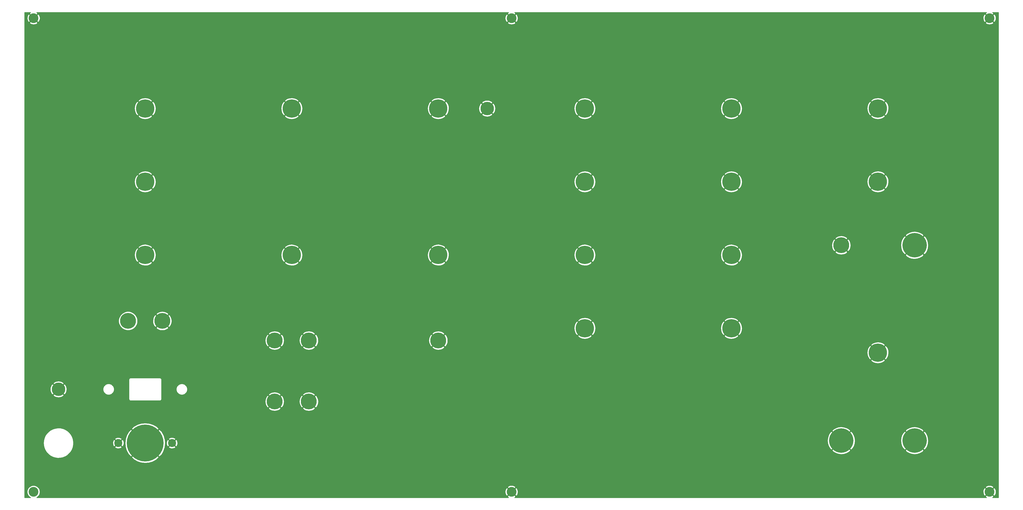
<source format=gbr>
%TF.GenerationSoftware,KiCad,Pcbnew,5.99.0+really5.1.10+dfsg1-1*%
%TF.CreationDate,2021-12-27T14:24:10+01:00*%
%TF.ProjectId,polykit-panel,706f6c79-6b69-4742-9d70-616e656c2e6b,v1.0.0*%
%TF.SameCoordinates,Original*%
%TF.FileFunction,Copper,L2,Bot*%
%TF.FilePolarity,Positive*%
%FSLAX46Y46*%
G04 Gerber Fmt 4.6, Leading zero omitted, Abs format (unit mm)*
G04 Created by KiCad (PCBNEW 5.99.0+really5.1.10+dfsg1-1) date 2021-12-27 14:24:10*
%MOMM*%
%LPD*%
G01*
G04 APERTURE LIST*
%TA.AperFunction,ComponentPad*%
%ADD10C,6.500000*%
%TD*%
%TA.AperFunction,ComponentPad*%
%ADD11C,7.500000*%
%TD*%
%TA.AperFunction,ComponentPad*%
%ADD12C,5.500000*%
%TD*%
%TA.AperFunction,ComponentPad*%
%ADD13C,4.000000*%
%TD*%
%TA.AperFunction,ComponentPad*%
%ADD14C,10.000000*%
%TD*%
%TA.AperFunction,ComponentPad*%
%ADD15C,3.300000*%
%TD*%
%TA.AperFunction,ComponentPad*%
%ADD16C,15.100000*%
%TD*%
%TA.AperFunction,Conductor*%
%ADD17C,0.254000*%
%TD*%
%TA.AperFunction,Conductor*%
%ADD18C,0.100000*%
%TD*%
G04 APERTURE END LIST*
D10*
%TO.P,REF\u002A\u002A,1*%
%TO.N,N/C*%
X-92000000Y-152000000D03*
%TD*%
%TO.P,REF\u002A\u002A,1*%
%TO.N,GND*%
X-32000000Y-185000000D03*
%TD*%
%TO.P,REF\u002A\u002A,1*%
%TO.N,GND*%
X-32000000Y-160000000D03*
%TD*%
D11*
%TO.P,REF\u002A\u002A,1*%
%TO.N,GND*%
X155000000Y-125000000D03*
%TD*%
%TO.P,REF\u002A\u002A,1*%
%TO.N,GND*%
X155000000Y-65000000D03*
%TD*%
%TO.P,REF\u002A\u002A,1*%
%TO.N,GND*%
X155000000Y-95000000D03*
%TD*%
%TO.P,REF\u002A\u002A,1*%
%TO.N,GND*%
X155000000Y-155000000D03*
%TD*%
D12*
%TO.P,REF\u002A\u002A,1*%
%TO.N,GND*%
X-120500000Y-180000000D03*
%TD*%
%TO.P,REF\u002A\u002A,1*%
%TO.N,GND*%
X55000000Y-65000000D03*
%TD*%
D13*
%TO.P,REF\u002A\u002A,1*%
%TO.N,GND*%
X260700000Y-222000000D03*
X260700000Y-28000000D03*
%TD*%
%TO.P,REF\u002A\u002A,1*%
%TO.N,GND*%
X65000000Y-222000000D03*
X65000000Y-28000000D03*
%TD*%
%TO.P,REF\u002A\u002A,1*%
%TO.N,N/C*%
X-130700000Y-222000000D03*
%TO.N,GND*%
X-130700000Y-28000000D03*
%TD*%
D10*
%TO.P,REF\u002A\u002A,1*%
%TO.N,GND*%
X-18000000Y-185000000D03*
%TD*%
%TO.P,REF\u002A\u002A,1*%
%TO.N,GND*%
X-18000000Y-160000000D03*
%TD*%
D14*
%TO.P,REF\u002A\u002A,1*%
%TO.N,GND*%
X200000000Y-201000000D03*
%TD*%
%TO.P,REF\u002A\u002A,1*%
%TO.N,GND*%
X230000000Y-201000000D03*
%TD*%
%TO.P,REF\u002A\u002A,1*%
%TO.N,GND*%
X230000000Y-121000000D03*
%TD*%
D11*
%TO.P,REF\u002A\u002A,1*%
%TO.N,GND*%
X215000000Y-165000000D03*
%TD*%
D10*
%TO.P,REF\u002A\u002A,1*%
%TO.N,GND*%
X200000000Y-121000000D03*
%TD*%
%TO.P,REF\u002A\u002A,1*%
%TO.N,GND*%
X35000000Y-160000000D03*
%TD*%
%TO.P,REF\u002A\u002A,1*%
%TO.N,GND*%
X-78000000Y-152000000D03*
%TD*%
D11*
%TO.P,REF\u002A\u002A,1*%
%TO.N,GND*%
X35000000Y-65000000D03*
%TD*%
%TO.P,REF\u002A\u002A,1*%
%TO.N,GND*%
X35000000Y-125000000D03*
%TD*%
%TO.P,REF\u002A\u002A,1*%
%TO.N,GND*%
X-25000000Y-65000000D03*
%TD*%
%TO.P,REF\u002A\u002A,1*%
%TO.N,GND*%
X-25000000Y-125000000D03*
%TD*%
%TO.P,REF\u002A\u002A,1*%
%TO.N,GND*%
X215000000Y-65000000D03*
%TD*%
%TO.P,REF\u002A\u002A,1*%
%TO.N,GND*%
X215000000Y-95000000D03*
%TD*%
%TO.P,REF\u002A\u002A,1*%
%TO.N,GND*%
X95000000Y-155000000D03*
%TD*%
%TO.P,REF\u002A\u002A,1*%
%TO.N,GND*%
X95000000Y-125000000D03*
%TD*%
%TO.P,REF\u002A\u002A,1*%
%TO.N,GND*%
X95000000Y-65000000D03*
%TD*%
%TO.P,REF\u002A\u002A,1*%
%TO.N,GND*%
X95000000Y-95000000D03*
%TD*%
%TO.P,REF\u002A\u002A,1*%
%TO.N,GND*%
X-85000000Y-125000000D03*
%TD*%
%TO.P,REF\u002A\u002A,1*%
%TO.N,GND*%
X-85000000Y-95000000D03*
%TD*%
%TO.P,REF\u002A\u002A,1*%
%TO.N,GND*%
X-85000000Y-65000000D03*
%TD*%
D15*
%TO.P,REF\u002A\u002A,3*%
%TO.N,GND*%
X-96000000Y-202000000D03*
%TO.P,REF\u002A\u002A,2*%
X-74000000Y-202000000D03*
D16*
%TO.P,REF\u002A\u002A,1*%
X-85000000Y-202000000D03*
%TD*%
D17*
%TO.N,GND*%
X-132151772Y-25785742D02*
X-132367894Y-26152501D01*
X-130700000Y-27820395D01*
X-129032106Y-26152501D01*
X-129248228Y-25785742D01*
X-129488488Y-25660000D01*
X63783476Y-25660000D01*
X63548228Y-25785742D01*
X63332106Y-26152501D01*
X65000000Y-27820395D01*
X66667894Y-26152501D01*
X66451772Y-25785742D01*
X66211512Y-25660000D01*
X259483476Y-25660000D01*
X259248228Y-25785742D01*
X259032106Y-26152501D01*
X260700000Y-27820395D01*
X262367894Y-26152501D01*
X262151772Y-25785742D01*
X261911512Y-25660000D01*
X264340001Y-25660000D01*
X264340000Y-224340000D01*
X261916524Y-224340000D01*
X262151772Y-224214258D01*
X262367894Y-223847499D01*
X260700000Y-222179605D01*
X259032106Y-223847499D01*
X259248228Y-224214258D01*
X259488488Y-224340000D01*
X66216524Y-224340000D01*
X66451772Y-224214258D01*
X66667894Y-223847499D01*
X65000000Y-222179605D01*
X63332106Y-223847499D01*
X63548228Y-224214258D01*
X63788488Y-224340000D01*
X-129463672Y-224340000D01*
X-129451859Y-224335107D01*
X-129020285Y-224046738D01*
X-128653262Y-223679715D01*
X-128364893Y-223248141D01*
X-128166261Y-222768601D01*
X-128065000Y-222259525D01*
X-128065000Y-222023071D01*
X62352352Y-222023071D01*
X62407727Y-222539159D01*
X62562721Y-223034526D01*
X62785742Y-223451772D01*
X63152501Y-223667894D01*
X64820395Y-222000000D01*
X65179605Y-222000000D01*
X66847499Y-223667894D01*
X67214258Y-223451772D01*
X67454938Y-222991895D01*
X67601275Y-222493902D01*
X67643509Y-222023071D01*
X258052352Y-222023071D01*
X258107727Y-222539159D01*
X258262721Y-223034526D01*
X258485742Y-223451772D01*
X258852501Y-223667894D01*
X260520395Y-222000000D01*
X260879605Y-222000000D01*
X262547499Y-223667894D01*
X262914258Y-223451772D01*
X263154938Y-222991895D01*
X263301275Y-222493902D01*
X263347648Y-221976929D01*
X263292273Y-221460841D01*
X263137279Y-220965474D01*
X262914258Y-220548228D01*
X262547499Y-220332106D01*
X260879605Y-222000000D01*
X260520395Y-222000000D01*
X258852501Y-220332106D01*
X258485742Y-220548228D01*
X258245062Y-221008105D01*
X258098725Y-221506098D01*
X258052352Y-222023071D01*
X67643509Y-222023071D01*
X67647648Y-221976929D01*
X67592273Y-221460841D01*
X67437279Y-220965474D01*
X67214258Y-220548228D01*
X66847499Y-220332106D01*
X65179605Y-222000000D01*
X64820395Y-222000000D01*
X63152501Y-220332106D01*
X62785742Y-220548228D01*
X62545062Y-221008105D01*
X62398725Y-221506098D01*
X62352352Y-222023071D01*
X-128065000Y-222023071D01*
X-128065000Y-221740475D01*
X-128166261Y-221231399D01*
X-128364893Y-220751859D01*
X-128653262Y-220320285D01*
X-128821046Y-220152501D01*
X63332106Y-220152501D01*
X65000000Y-221820395D01*
X66667894Y-220152501D01*
X259032106Y-220152501D01*
X260700000Y-221820395D01*
X262367894Y-220152501D01*
X262151772Y-219785742D01*
X261691895Y-219545062D01*
X261193902Y-219398725D01*
X260676929Y-219352352D01*
X260160841Y-219407727D01*
X259665474Y-219562721D01*
X259248228Y-219785742D01*
X259032106Y-220152501D01*
X66667894Y-220152501D01*
X66451772Y-219785742D01*
X65991895Y-219545062D01*
X65493902Y-219398725D01*
X64976929Y-219352352D01*
X64460841Y-219407727D01*
X63965474Y-219562721D01*
X63548228Y-219785742D01*
X63332106Y-220152501D01*
X-128821046Y-220152501D01*
X-129020285Y-219953262D01*
X-129451859Y-219664893D01*
X-129931399Y-219466261D01*
X-130440475Y-219365000D01*
X-130959525Y-219365000D01*
X-131468601Y-219466261D01*
X-131948141Y-219664893D01*
X-132379715Y-219953262D01*
X-132746738Y-220320285D01*
X-133035107Y-220751859D01*
X-133233739Y-221231399D01*
X-133335000Y-221740475D01*
X-133335000Y-222259525D01*
X-133233739Y-222768601D01*
X-133035107Y-223248141D01*
X-132746738Y-223679715D01*
X-132379715Y-224046738D01*
X-131948141Y-224335107D01*
X-131936328Y-224340000D01*
X-134340000Y-224340000D01*
X-134340000Y-202000000D01*
X-126680000Y-202000000D01*
X-126591106Y-203044425D01*
X-126326983Y-204058804D01*
X-125895227Y-205013955D01*
X-125308261Y-205882400D01*
X-124582970Y-206639155D01*
X-123740219Y-207262450D01*
X-122804253Y-207734354D01*
X-121801998Y-208041291D01*
X-120762287Y-208174432D01*
X-119715030Y-208129945D01*
X-118690355Y-207909110D01*
X-118400200Y-207792516D01*
X-90612910Y-207792516D01*
X-89730979Y-208727699D01*
X-88327566Y-209521397D01*
X-86796276Y-210026051D01*
X-85195956Y-210222269D01*
X-83588106Y-210102509D01*
X-82034514Y-209671375D01*
X-80594885Y-208945433D01*
X-80269021Y-208727699D01*
X-79387090Y-207792516D01*
X-85000000Y-202179605D01*
X-90612910Y-207792516D01*
X-118400200Y-207792516D01*
X-117717741Y-207518282D01*
X-116825167Y-206968702D01*
X-116038311Y-206276182D01*
X-115379810Y-205460644D01*
X-114868608Y-204545550D01*
X-114533971Y-203598435D01*
X-97418830Y-203598435D01*
X-97244777Y-203929354D01*
X-96844460Y-204135125D01*
X-96411692Y-204258846D01*
X-95963102Y-204295759D01*
X-95515930Y-204244449D01*
X-95087361Y-204106885D01*
X-94755223Y-203929354D01*
X-94581170Y-203598435D01*
X-96000000Y-202179605D01*
X-97418830Y-203598435D01*
X-114533971Y-203598435D01*
X-114519410Y-203557224D01*
X-114342264Y-202524101D01*
X-114342264Y-202036898D01*
X-98295759Y-202036898D01*
X-98244449Y-202484070D01*
X-98106885Y-202912639D01*
X-97929354Y-203244777D01*
X-97598435Y-203418830D01*
X-96179605Y-202000000D01*
X-95820395Y-202000000D01*
X-94401565Y-203418830D01*
X-94070646Y-203244777D01*
X-93864875Y-202844460D01*
X-93741154Y-202411692D01*
X-93704241Y-201963102D01*
X-93722491Y-201804044D01*
X-93222269Y-201804044D01*
X-93102509Y-203411894D01*
X-92671375Y-204965486D01*
X-91945433Y-206405115D01*
X-91727699Y-206730979D01*
X-90792516Y-207612910D01*
X-85179605Y-202000000D01*
X-84820395Y-202000000D01*
X-79207484Y-207612910D01*
X-78272301Y-206730979D01*
X-77478603Y-205327566D01*
X-77364171Y-204980339D01*
X196199266Y-204980339D01*
X196775387Y-205654365D01*
X197745368Y-206194024D01*
X198801994Y-206534079D01*
X199904659Y-206661462D01*
X201010987Y-206571279D01*
X202078464Y-206266994D01*
X203066067Y-205760302D01*
X203224613Y-205654365D01*
X203800734Y-204980339D01*
X226199266Y-204980339D01*
X226775387Y-205654365D01*
X227745368Y-206194024D01*
X228801994Y-206534079D01*
X229904659Y-206661462D01*
X231010987Y-206571279D01*
X232078464Y-206266994D01*
X233066067Y-205760302D01*
X233224613Y-205654365D01*
X233800734Y-204980339D01*
X230000000Y-201179605D01*
X226199266Y-204980339D01*
X203800734Y-204980339D01*
X200000000Y-201179605D01*
X196199266Y-204980339D01*
X-77364171Y-204980339D01*
X-76973949Y-203796276D01*
X-76949692Y-203598435D01*
X-75418830Y-203598435D01*
X-75244777Y-203929354D01*
X-74844460Y-204135125D01*
X-74411692Y-204258846D01*
X-73963102Y-204295759D01*
X-73515930Y-204244449D01*
X-73087361Y-204106885D01*
X-72755223Y-203929354D01*
X-72581170Y-203598435D01*
X-74000000Y-202179605D01*
X-75418830Y-203598435D01*
X-76949692Y-203598435D01*
X-76777731Y-202195956D01*
X-76789578Y-202036898D01*
X-76295759Y-202036898D01*
X-76244449Y-202484070D01*
X-76106885Y-202912639D01*
X-75929354Y-203244777D01*
X-75598435Y-203418830D01*
X-74179605Y-202000000D01*
X-73820395Y-202000000D01*
X-72401565Y-203418830D01*
X-72070646Y-203244777D01*
X-71864875Y-202844460D01*
X-71741154Y-202411692D01*
X-71704241Y-201963102D01*
X-71755551Y-201515930D01*
X-71893115Y-201087361D01*
X-71990771Y-200904659D01*
X194338538Y-200904659D01*
X194428721Y-202010987D01*
X194733006Y-203078464D01*
X195239698Y-204066067D01*
X195345635Y-204224613D01*
X196019661Y-204800734D01*
X199820395Y-201000000D01*
X200179605Y-201000000D01*
X203980339Y-204800734D01*
X204654365Y-204224613D01*
X205194024Y-203254632D01*
X205534079Y-202198006D01*
X205661462Y-201095341D01*
X205645919Y-200904659D01*
X224338538Y-200904659D01*
X224428721Y-202010987D01*
X224733006Y-203078464D01*
X225239698Y-204066067D01*
X225345635Y-204224613D01*
X226019661Y-204800734D01*
X229820395Y-201000000D01*
X230179605Y-201000000D01*
X233980339Y-204800734D01*
X234654365Y-204224613D01*
X235194024Y-203254632D01*
X235534079Y-202198006D01*
X235661462Y-201095341D01*
X235571279Y-199989013D01*
X235266994Y-198921536D01*
X234760302Y-197933933D01*
X234654365Y-197775387D01*
X233980339Y-197199266D01*
X230179605Y-201000000D01*
X229820395Y-201000000D01*
X226019661Y-197199266D01*
X225345635Y-197775387D01*
X224805976Y-198745368D01*
X224465921Y-199801994D01*
X224338538Y-200904659D01*
X205645919Y-200904659D01*
X205571279Y-199989013D01*
X205266994Y-198921536D01*
X204760302Y-197933933D01*
X204654365Y-197775387D01*
X203980339Y-197199266D01*
X200179605Y-201000000D01*
X199820395Y-201000000D01*
X196019661Y-197199266D01*
X195345635Y-197775387D01*
X194805976Y-198745368D01*
X194465921Y-199801994D01*
X194338538Y-200904659D01*
X-71990771Y-200904659D01*
X-72070646Y-200755223D01*
X-72401565Y-200581170D01*
X-73820395Y-202000000D01*
X-74179605Y-202000000D01*
X-75598435Y-200581170D01*
X-75929354Y-200755223D01*
X-76135125Y-201155540D01*
X-76258846Y-201588308D01*
X-76295759Y-202036898D01*
X-76789578Y-202036898D01*
X-76897491Y-200588106D01*
X-76949257Y-200401565D01*
X-75418830Y-200401565D01*
X-74000000Y-201820395D01*
X-72581170Y-200401565D01*
X-72755223Y-200070646D01*
X-73155540Y-199864875D01*
X-73588308Y-199741154D01*
X-74036898Y-199704241D01*
X-74484070Y-199755551D01*
X-74912639Y-199893115D01*
X-75244777Y-200070646D01*
X-75418830Y-200401565D01*
X-76949257Y-200401565D01*
X-77328625Y-199034514D01*
X-78054567Y-197594885D01*
X-78272301Y-197269021D01*
X-78536717Y-197019661D01*
X196199266Y-197019661D01*
X200000000Y-200820395D01*
X203800734Y-197019661D01*
X226199266Y-197019661D01*
X230000000Y-200820395D01*
X233800734Y-197019661D01*
X233224613Y-196345635D01*
X232254632Y-195805976D01*
X231198006Y-195465921D01*
X230095341Y-195338538D01*
X228989013Y-195428721D01*
X227921536Y-195733006D01*
X226933933Y-196239698D01*
X226775387Y-196345635D01*
X226199266Y-197019661D01*
X203800734Y-197019661D01*
X203224613Y-196345635D01*
X202254632Y-195805976D01*
X201198006Y-195465921D01*
X200095341Y-195338538D01*
X198989013Y-195428721D01*
X197921536Y-195733006D01*
X196933933Y-196239698D01*
X196775387Y-196345635D01*
X196199266Y-197019661D01*
X-78536717Y-197019661D01*
X-79207484Y-196387090D01*
X-84820395Y-202000000D01*
X-85179605Y-202000000D01*
X-90792516Y-196387090D01*
X-91727699Y-197269021D01*
X-92521397Y-198672434D01*
X-93026051Y-200203724D01*
X-93222269Y-201804044D01*
X-93722491Y-201804044D01*
X-93755551Y-201515930D01*
X-93893115Y-201087361D01*
X-94070646Y-200755223D01*
X-94401565Y-200581170D01*
X-95820395Y-202000000D01*
X-96179605Y-202000000D01*
X-97598435Y-200581170D01*
X-97929354Y-200755223D01*
X-98135125Y-201155540D01*
X-98258846Y-201588308D01*
X-98295759Y-202036898D01*
X-114342264Y-202036898D01*
X-114342264Y-201475899D01*
X-114519410Y-200442776D01*
X-114533970Y-200401565D01*
X-97418830Y-200401565D01*
X-96000000Y-201820395D01*
X-94581170Y-200401565D01*
X-94755223Y-200070646D01*
X-95155540Y-199864875D01*
X-95588308Y-199741154D01*
X-96036898Y-199704241D01*
X-96484070Y-199755551D01*
X-96912639Y-199893115D01*
X-97244777Y-200070646D01*
X-97418830Y-200401565D01*
X-114533970Y-200401565D01*
X-114868608Y-199454450D01*
X-115379810Y-198539356D01*
X-116038311Y-197723818D01*
X-116825167Y-197031298D01*
X-117717741Y-196481718D01*
X-118400199Y-196207484D01*
X-90612910Y-196207484D01*
X-85000000Y-201820395D01*
X-79387090Y-196207484D01*
X-80269021Y-195272301D01*
X-81672434Y-194478603D01*
X-83203724Y-193973949D01*
X-84804044Y-193777731D01*
X-86411894Y-193897491D01*
X-87965486Y-194328625D01*
X-89405115Y-195054567D01*
X-89730979Y-195272301D01*
X-90612910Y-196207484D01*
X-118400199Y-196207484D01*
X-118690355Y-196090890D01*
X-119715030Y-195870055D01*
X-120762287Y-195825568D01*
X-121801998Y-195958709D01*
X-122804253Y-196265646D01*
X-123740219Y-196737550D01*
X-124582970Y-197360845D01*
X-125308261Y-198117600D01*
X-125895227Y-198986045D01*
X-126326983Y-199941196D01*
X-126591106Y-200955575D01*
X-126680000Y-202000000D01*
X-134340000Y-202000000D01*
X-134340000Y-187736428D01*
X-34556823Y-187736428D01*
X-34190635Y-188231216D01*
X-33518163Y-188596501D01*
X-32787350Y-188823575D01*
X-32026279Y-188903710D01*
X-31264197Y-188833828D01*
X-30530392Y-188616614D01*
X-29853064Y-188260416D01*
X-29809365Y-188231216D01*
X-29443177Y-187736428D01*
X-20556823Y-187736428D01*
X-20190635Y-188231216D01*
X-19518163Y-188596501D01*
X-18787350Y-188823575D01*
X-18026279Y-188903710D01*
X-17264197Y-188833828D01*
X-16530392Y-188616614D01*
X-15853064Y-188260416D01*
X-15809365Y-188231216D01*
X-15443177Y-187736428D01*
X-18000000Y-185179605D01*
X-20556823Y-187736428D01*
X-29443177Y-187736428D01*
X-32000000Y-185179605D01*
X-34556823Y-187736428D01*
X-134340000Y-187736428D01*
X-134340000Y-184973721D01*
X-35903710Y-184973721D01*
X-35833828Y-185735803D01*
X-35616614Y-186469608D01*
X-35260416Y-187146936D01*
X-35231216Y-187190635D01*
X-34736428Y-187556823D01*
X-32179605Y-185000000D01*
X-31820395Y-185000000D01*
X-29263572Y-187556823D01*
X-28768784Y-187190635D01*
X-28403499Y-186518163D01*
X-28176425Y-185787350D01*
X-28096290Y-185026279D01*
X-28101109Y-184973721D01*
X-21903710Y-184973721D01*
X-21833828Y-185735803D01*
X-21616614Y-186469608D01*
X-21260416Y-187146936D01*
X-21231216Y-187190635D01*
X-20736428Y-187556823D01*
X-18179605Y-185000000D01*
X-17820395Y-185000000D01*
X-15263572Y-187556823D01*
X-14768784Y-187190635D01*
X-14403499Y-186518163D01*
X-14176425Y-185787350D01*
X-14096290Y-185026279D01*
X-14166172Y-184264197D01*
X-14383386Y-183530392D01*
X-14739584Y-182853064D01*
X-14768784Y-182809365D01*
X-15263572Y-182443177D01*
X-17820395Y-185000000D01*
X-18179605Y-185000000D01*
X-20736428Y-182443177D01*
X-21231216Y-182809365D01*
X-21596501Y-183481837D01*
X-21823575Y-184212650D01*
X-21903710Y-184973721D01*
X-28101109Y-184973721D01*
X-28166172Y-184264197D01*
X-28383386Y-183530392D01*
X-28739584Y-182853064D01*
X-28768784Y-182809365D01*
X-29263572Y-182443177D01*
X-31820395Y-185000000D01*
X-32179605Y-185000000D01*
X-34736428Y-182443177D01*
X-35231216Y-182809365D01*
X-35596501Y-183481837D01*
X-35823575Y-184212650D01*
X-35903710Y-184973721D01*
X-134340000Y-184973721D01*
X-134340000Y-182380928D01*
X-122701323Y-182380928D01*
X-122395141Y-182824503D01*
X-121807694Y-183139954D01*
X-121169992Y-183334740D01*
X-120506543Y-183401372D01*
X-119842842Y-183337292D01*
X-119204395Y-183144962D01*
X-118615738Y-182831772D01*
X-118604859Y-182824503D01*
X-118298677Y-182380928D01*
X-120500000Y-180179605D01*
X-122701323Y-182380928D01*
X-134340000Y-182380928D01*
X-134340000Y-179993457D01*
X-123901372Y-179993457D01*
X-123837292Y-180657158D01*
X-123644962Y-181295605D01*
X-123331772Y-181884262D01*
X-123324503Y-181895141D01*
X-122880928Y-182201323D01*
X-120679605Y-180000000D01*
X-120320395Y-180000000D01*
X-118119072Y-182201323D01*
X-117675497Y-181895141D01*
X-117360046Y-181307694D01*
X-117165260Y-180669992D01*
X-117098628Y-180006543D01*
X-117120836Y-179776521D01*
X-102269021Y-179776521D01*
X-102269021Y-180223479D01*
X-102181824Y-180661849D01*
X-102010780Y-181074785D01*
X-101762464Y-181446417D01*
X-101446417Y-181762464D01*
X-101074785Y-182010780D01*
X-100661849Y-182181824D01*
X-100223479Y-182269021D01*
X-99776521Y-182269021D01*
X-99338151Y-182181824D01*
X-98925215Y-182010780D01*
X-98553583Y-181762464D01*
X-98237536Y-181446417D01*
X-97989220Y-181074785D01*
X-97818176Y-180661849D01*
X-97730979Y-180223479D01*
X-97730979Y-179776521D01*
X-97818176Y-179338151D01*
X-97989220Y-178925215D01*
X-98237536Y-178553583D01*
X-98553583Y-178237536D01*
X-98925215Y-177989220D01*
X-99338151Y-177818176D01*
X-99776521Y-177730979D01*
X-100223479Y-177730979D01*
X-100661849Y-177818176D01*
X-101074785Y-177989220D01*
X-101446417Y-178237536D01*
X-101762464Y-178553583D01*
X-102010780Y-178925215D01*
X-102181824Y-179338151D01*
X-102269021Y-179776521D01*
X-117120836Y-179776521D01*
X-117162708Y-179342842D01*
X-117355038Y-178704395D01*
X-117668228Y-178115738D01*
X-117675497Y-178104859D01*
X-118119072Y-177798677D01*
X-120320395Y-180000000D01*
X-120679605Y-180000000D01*
X-122880928Y-177798677D01*
X-123324503Y-178104859D01*
X-123639954Y-178692306D01*
X-123834740Y-179330008D01*
X-123901372Y-179993457D01*
X-134340000Y-179993457D01*
X-134340000Y-177619072D01*
X-122701323Y-177619072D01*
X-120500000Y-179820395D01*
X-118298677Y-177619072D01*
X-118604859Y-177175497D01*
X-119192306Y-176860046D01*
X-119830008Y-176665260D01*
X-120493457Y-176598628D01*
X-121157158Y-176662708D01*
X-121795605Y-176855038D01*
X-122384262Y-177168228D01*
X-122395141Y-177175497D01*
X-122701323Y-177619072D01*
X-134340000Y-177619072D01*
X-134340000Y-176000000D01*
X-91663193Y-176000000D01*
X-91659999Y-176032429D01*
X-91660000Y-183967581D01*
X-91663193Y-184000000D01*
X-91650450Y-184129383D01*
X-91612710Y-184253793D01*
X-91551425Y-184368450D01*
X-91468948Y-184468948D01*
X-91368450Y-184551425D01*
X-91253793Y-184612710D01*
X-91129383Y-184650450D01*
X-91000000Y-184663193D01*
X-90967581Y-184660000D01*
X-79032419Y-184660000D01*
X-79000000Y-184663193D01*
X-78967581Y-184660000D01*
X-78870617Y-184650450D01*
X-78746207Y-184612710D01*
X-78631550Y-184551425D01*
X-78531052Y-184468948D01*
X-78448575Y-184368450D01*
X-78387290Y-184253793D01*
X-78349550Y-184129383D01*
X-78336807Y-184000000D01*
X-78340000Y-183967581D01*
X-78340000Y-179776521D01*
X-72269021Y-179776521D01*
X-72269021Y-180223479D01*
X-72181824Y-180661849D01*
X-72010780Y-181074785D01*
X-71762464Y-181446417D01*
X-71446417Y-181762464D01*
X-71074785Y-182010780D01*
X-70661849Y-182181824D01*
X-70223479Y-182269021D01*
X-69776521Y-182269021D01*
X-69749127Y-182263572D01*
X-34556823Y-182263572D01*
X-32000000Y-184820395D01*
X-29443177Y-182263572D01*
X-20556823Y-182263572D01*
X-18000000Y-184820395D01*
X-15443177Y-182263572D01*
X-15809365Y-181768784D01*
X-16481837Y-181403499D01*
X-17212650Y-181176425D01*
X-17973721Y-181096290D01*
X-18735803Y-181166172D01*
X-19469608Y-181383386D01*
X-20146936Y-181739584D01*
X-20190635Y-181768784D01*
X-20556823Y-182263572D01*
X-29443177Y-182263572D01*
X-29809365Y-181768784D01*
X-30481837Y-181403499D01*
X-31212650Y-181176425D01*
X-31973721Y-181096290D01*
X-32735803Y-181166172D01*
X-33469608Y-181383386D01*
X-34146936Y-181739584D01*
X-34190635Y-181768784D01*
X-34556823Y-182263572D01*
X-69749127Y-182263572D01*
X-69338151Y-182181824D01*
X-68925215Y-182010780D01*
X-68553583Y-181762464D01*
X-68237536Y-181446417D01*
X-67989220Y-181074785D01*
X-67818176Y-180661849D01*
X-67730979Y-180223479D01*
X-67730979Y-179776521D01*
X-67818176Y-179338151D01*
X-67989220Y-178925215D01*
X-68237536Y-178553583D01*
X-68553583Y-178237536D01*
X-68925215Y-177989220D01*
X-69338151Y-177818176D01*
X-69776521Y-177730979D01*
X-70223479Y-177730979D01*
X-70661849Y-177818176D01*
X-71074785Y-177989220D01*
X-71446417Y-178237536D01*
X-71762464Y-178553583D01*
X-72010780Y-178925215D01*
X-72181824Y-179338151D01*
X-72269021Y-179776521D01*
X-78340000Y-179776521D01*
X-78340000Y-176032419D01*
X-78336807Y-176000000D01*
X-78349550Y-175870617D01*
X-78387290Y-175746207D01*
X-78448575Y-175631550D01*
X-78531052Y-175531052D01*
X-78631550Y-175448575D01*
X-78746207Y-175387290D01*
X-78870617Y-175349550D01*
X-78967581Y-175340000D01*
X-79000000Y-175336807D01*
X-79032419Y-175340000D01*
X-90967581Y-175340000D01*
X-91000000Y-175336807D01*
X-91032419Y-175340000D01*
X-91129383Y-175349550D01*
X-91253793Y-175387290D01*
X-91368450Y-175448575D01*
X-91468948Y-175531052D01*
X-91551425Y-175631550D01*
X-91612710Y-175746207D01*
X-91650450Y-175870617D01*
X-91663193Y-176000000D01*
X-134340000Y-176000000D01*
X-134340000Y-168091872D01*
X212087733Y-168091872D01*
X212513912Y-168637872D01*
X213271395Y-169052983D01*
X214095307Y-169312339D01*
X214953986Y-169405976D01*
X215814434Y-169330293D01*
X216643583Y-169088199D01*
X217409570Y-168688999D01*
X217486088Y-168637872D01*
X217912267Y-168091872D01*
X215000000Y-165179605D01*
X212087733Y-168091872D01*
X-134340000Y-168091872D01*
X-134340000Y-164953986D01*
X210594024Y-164953986D01*
X210669707Y-165814434D01*
X210911801Y-166643583D01*
X211311001Y-167409570D01*
X211362128Y-167486088D01*
X211908128Y-167912267D01*
X214820395Y-165000000D01*
X215179605Y-165000000D01*
X218091872Y-167912267D01*
X218637872Y-167486088D01*
X219052983Y-166728605D01*
X219312339Y-165904693D01*
X219405976Y-165046014D01*
X219330293Y-164185566D01*
X219088199Y-163356417D01*
X218688999Y-162590430D01*
X218637872Y-162513912D01*
X218091872Y-162087733D01*
X215179605Y-165000000D01*
X214820395Y-165000000D01*
X211908128Y-162087733D01*
X211362128Y-162513912D01*
X210947017Y-163271395D01*
X210687661Y-164095307D01*
X210594024Y-164953986D01*
X-134340000Y-164953986D01*
X-134340000Y-162736428D01*
X-34556823Y-162736428D01*
X-34190635Y-163231216D01*
X-33518163Y-163596501D01*
X-32787350Y-163823575D01*
X-32026279Y-163903710D01*
X-31264197Y-163833828D01*
X-30530392Y-163616614D01*
X-29853064Y-163260416D01*
X-29809365Y-163231216D01*
X-29443177Y-162736428D01*
X-20556823Y-162736428D01*
X-20190635Y-163231216D01*
X-19518163Y-163596501D01*
X-18787350Y-163823575D01*
X-18026279Y-163903710D01*
X-17264197Y-163833828D01*
X-16530392Y-163616614D01*
X-15853064Y-163260416D01*
X-15809365Y-163231216D01*
X-15443177Y-162736428D01*
X32443177Y-162736428D01*
X32809365Y-163231216D01*
X33481837Y-163596501D01*
X34212650Y-163823575D01*
X34973721Y-163903710D01*
X35735803Y-163833828D01*
X36469608Y-163616614D01*
X37146936Y-163260416D01*
X37190635Y-163231216D01*
X37556823Y-162736428D01*
X35000000Y-160179605D01*
X32443177Y-162736428D01*
X-15443177Y-162736428D01*
X-18000000Y-160179605D01*
X-20556823Y-162736428D01*
X-29443177Y-162736428D01*
X-32000000Y-160179605D01*
X-34556823Y-162736428D01*
X-134340000Y-162736428D01*
X-134340000Y-159973721D01*
X-35903710Y-159973721D01*
X-35833828Y-160735803D01*
X-35616614Y-161469608D01*
X-35260416Y-162146936D01*
X-35231216Y-162190635D01*
X-34736428Y-162556823D01*
X-32179605Y-160000000D01*
X-31820395Y-160000000D01*
X-29263572Y-162556823D01*
X-28768784Y-162190635D01*
X-28403499Y-161518163D01*
X-28176425Y-160787350D01*
X-28096290Y-160026279D01*
X-28101109Y-159973721D01*
X-21903710Y-159973721D01*
X-21833828Y-160735803D01*
X-21616614Y-161469608D01*
X-21260416Y-162146936D01*
X-21231216Y-162190635D01*
X-20736428Y-162556823D01*
X-18179605Y-160000000D01*
X-17820395Y-160000000D01*
X-15263572Y-162556823D01*
X-14768784Y-162190635D01*
X-14403499Y-161518163D01*
X-14176425Y-160787350D01*
X-14096290Y-160026279D01*
X-14101109Y-159973721D01*
X31096290Y-159973721D01*
X31166172Y-160735803D01*
X31383386Y-161469608D01*
X31739584Y-162146936D01*
X31768784Y-162190635D01*
X32263572Y-162556823D01*
X34820395Y-160000000D01*
X35179605Y-160000000D01*
X37736428Y-162556823D01*
X38231216Y-162190635D01*
X38384673Y-161908128D01*
X212087733Y-161908128D01*
X215000000Y-164820395D01*
X217912267Y-161908128D01*
X217486088Y-161362128D01*
X216728605Y-160947017D01*
X215904693Y-160687661D01*
X215046014Y-160594024D01*
X214185566Y-160669707D01*
X213356417Y-160911801D01*
X212590430Y-161311001D01*
X212513912Y-161362128D01*
X212087733Y-161908128D01*
X38384673Y-161908128D01*
X38596501Y-161518163D01*
X38823575Y-160787350D01*
X38903710Y-160026279D01*
X38833828Y-159264197D01*
X38616614Y-158530392D01*
X38386003Y-158091872D01*
X92087733Y-158091872D01*
X92513912Y-158637872D01*
X93271395Y-159052983D01*
X94095307Y-159312339D01*
X94953986Y-159405976D01*
X95814434Y-159330293D01*
X96643583Y-159088199D01*
X97409570Y-158688999D01*
X97486088Y-158637872D01*
X97912267Y-158091872D01*
X152087733Y-158091872D01*
X152513912Y-158637872D01*
X153271395Y-159052983D01*
X154095307Y-159312339D01*
X154953986Y-159405976D01*
X155814434Y-159330293D01*
X156643583Y-159088199D01*
X157409570Y-158688999D01*
X157486088Y-158637872D01*
X157912267Y-158091872D01*
X155000000Y-155179605D01*
X152087733Y-158091872D01*
X97912267Y-158091872D01*
X95000000Y-155179605D01*
X92087733Y-158091872D01*
X38386003Y-158091872D01*
X38260416Y-157853064D01*
X38231216Y-157809365D01*
X37736428Y-157443177D01*
X35179605Y-160000000D01*
X34820395Y-160000000D01*
X32263572Y-157443177D01*
X31768784Y-157809365D01*
X31403499Y-158481837D01*
X31176425Y-159212650D01*
X31096290Y-159973721D01*
X-14101109Y-159973721D01*
X-14166172Y-159264197D01*
X-14383386Y-158530392D01*
X-14739584Y-157853064D01*
X-14768784Y-157809365D01*
X-15263572Y-157443177D01*
X-17820395Y-160000000D01*
X-18179605Y-160000000D01*
X-20736428Y-157443177D01*
X-21231216Y-157809365D01*
X-21596501Y-158481837D01*
X-21823575Y-159212650D01*
X-21903710Y-159973721D01*
X-28101109Y-159973721D01*
X-28166172Y-159264197D01*
X-28383386Y-158530392D01*
X-28739584Y-157853064D01*
X-28768784Y-157809365D01*
X-29263572Y-157443177D01*
X-31820395Y-160000000D01*
X-32179605Y-160000000D01*
X-34736428Y-157443177D01*
X-35231216Y-157809365D01*
X-35596501Y-158481837D01*
X-35823575Y-159212650D01*
X-35903710Y-159973721D01*
X-134340000Y-159973721D01*
X-134340000Y-157263572D01*
X-34556823Y-157263572D01*
X-32000000Y-159820395D01*
X-29443177Y-157263572D01*
X-20556823Y-157263572D01*
X-18000000Y-159820395D01*
X-15443177Y-157263572D01*
X32443177Y-157263572D01*
X35000000Y-159820395D01*
X37556823Y-157263572D01*
X37190635Y-156768784D01*
X36518163Y-156403499D01*
X35787350Y-156176425D01*
X35026279Y-156096290D01*
X34264197Y-156166172D01*
X33530392Y-156383386D01*
X32853064Y-156739584D01*
X32809365Y-156768784D01*
X32443177Y-157263572D01*
X-15443177Y-157263572D01*
X-15809365Y-156768784D01*
X-16481837Y-156403499D01*
X-17212650Y-156176425D01*
X-17973721Y-156096290D01*
X-18735803Y-156166172D01*
X-19469608Y-156383386D01*
X-20146936Y-156739584D01*
X-20190635Y-156768784D01*
X-20556823Y-157263572D01*
X-29443177Y-157263572D01*
X-29809365Y-156768784D01*
X-30481837Y-156403499D01*
X-31212650Y-156176425D01*
X-31973721Y-156096290D01*
X-32735803Y-156166172D01*
X-33469608Y-156383386D01*
X-34146936Y-156739584D01*
X-34190635Y-156768784D01*
X-34556823Y-157263572D01*
X-134340000Y-157263572D01*
X-134340000Y-151617361D01*
X-95885000Y-151617361D01*
X-95885000Y-152382639D01*
X-95735702Y-153133213D01*
X-95442842Y-153840238D01*
X-95017677Y-154476543D01*
X-94476543Y-155017677D01*
X-93840238Y-155442842D01*
X-93133213Y-155735702D01*
X-92382639Y-155885000D01*
X-91617361Y-155885000D01*
X-90866787Y-155735702D01*
X-90159762Y-155442842D01*
X-89523457Y-155017677D01*
X-89242208Y-154736428D01*
X-80556823Y-154736428D01*
X-80190635Y-155231216D01*
X-79518163Y-155596501D01*
X-78787350Y-155823575D01*
X-78026279Y-155903710D01*
X-77264197Y-155833828D01*
X-76530392Y-155616614D01*
X-75853064Y-155260416D01*
X-75809365Y-155231216D01*
X-75604190Y-154953986D01*
X90594024Y-154953986D01*
X90669707Y-155814434D01*
X90911801Y-156643583D01*
X91311001Y-157409570D01*
X91362128Y-157486088D01*
X91908128Y-157912267D01*
X94820395Y-155000000D01*
X95179605Y-155000000D01*
X98091872Y-157912267D01*
X98637872Y-157486088D01*
X99052983Y-156728605D01*
X99312339Y-155904693D01*
X99405976Y-155046014D01*
X99397882Y-154953986D01*
X150594024Y-154953986D01*
X150669707Y-155814434D01*
X150911801Y-156643583D01*
X151311001Y-157409570D01*
X151362128Y-157486088D01*
X151908128Y-157912267D01*
X154820395Y-155000000D01*
X155179605Y-155000000D01*
X158091872Y-157912267D01*
X158637872Y-157486088D01*
X159052983Y-156728605D01*
X159312339Y-155904693D01*
X159405976Y-155046014D01*
X159330293Y-154185566D01*
X159088199Y-153356417D01*
X158688999Y-152590430D01*
X158637872Y-152513912D01*
X158091872Y-152087733D01*
X155179605Y-155000000D01*
X154820395Y-155000000D01*
X151908128Y-152087733D01*
X151362128Y-152513912D01*
X150947017Y-153271395D01*
X150687661Y-154095307D01*
X150594024Y-154953986D01*
X99397882Y-154953986D01*
X99330293Y-154185566D01*
X99088199Y-153356417D01*
X98688999Y-152590430D01*
X98637872Y-152513912D01*
X98091872Y-152087733D01*
X95179605Y-155000000D01*
X94820395Y-155000000D01*
X91908128Y-152087733D01*
X91362128Y-152513912D01*
X90947017Y-153271395D01*
X90687661Y-154095307D01*
X90594024Y-154953986D01*
X-75604190Y-154953986D01*
X-75443177Y-154736428D01*
X-78000000Y-152179605D01*
X-80556823Y-154736428D01*
X-89242208Y-154736428D01*
X-88982323Y-154476543D01*
X-88557158Y-153840238D01*
X-88264298Y-153133213D01*
X-88115000Y-152382639D01*
X-88115000Y-151973721D01*
X-81903710Y-151973721D01*
X-81833828Y-152735803D01*
X-81616614Y-153469608D01*
X-81260416Y-154146936D01*
X-81231216Y-154190635D01*
X-80736428Y-154556823D01*
X-78179605Y-152000000D01*
X-77820395Y-152000000D01*
X-75263572Y-154556823D01*
X-74768784Y-154190635D01*
X-74403499Y-153518163D01*
X-74176425Y-152787350D01*
X-74096290Y-152026279D01*
X-74107124Y-151908128D01*
X92087733Y-151908128D01*
X95000000Y-154820395D01*
X97912267Y-151908128D01*
X152087733Y-151908128D01*
X155000000Y-154820395D01*
X157912267Y-151908128D01*
X157486088Y-151362128D01*
X156728605Y-150947017D01*
X155904693Y-150687661D01*
X155046014Y-150594024D01*
X154185566Y-150669707D01*
X153356417Y-150911801D01*
X152590430Y-151311001D01*
X152513912Y-151362128D01*
X152087733Y-151908128D01*
X97912267Y-151908128D01*
X97486088Y-151362128D01*
X96728605Y-150947017D01*
X95904693Y-150687661D01*
X95046014Y-150594024D01*
X94185566Y-150669707D01*
X93356417Y-150911801D01*
X92590430Y-151311001D01*
X92513912Y-151362128D01*
X92087733Y-151908128D01*
X-74107124Y-151908128D01*
X-74166172Y-151264197D01*
X-74383386Y-150530392D01*
X-74739584Y-149853064D01*
X-74768784Y-149809365D01*
X-75263572Y-149443177D01*
X-77820395Y-152000000D01*
X-78179605Y-152000000D01*
X-80736428Y-149443177D01*
X-81231216Y-149809365D01*
X-81596501Y-150481837D01*
X-81823575Y-151212650D01*
X-81903710Y-151973721D01*
X-88115000Y-151973721D01*
X-88115000Y-151617361D01*
X-88264298Y-150866787D01*
X-88557158Y-150159762D01*
X-88982323Y-149523457D01*
X-89242208Y-149263572D01*
X-80556823Y-149263572D01*
X-78000000Y-151820395D01*
X-75443177Y-149263572D01*
X-75809365Y-148768784D01*
X-76481837Y-148403499D01*
X-77212650Y-148176425D01*
X-77973721Y-148096290D01*
X-78735803Y-148166172D01*
X-79469608Y-148383386D01*
X-80146936Y-148739584D01*
X-80190635Y-148768784D01*
X-80556823Y-149263572D01*
X-89242208Y-149263572D01*
X-89523457Y-148982323D01*
X-90159762Y-148557158D01*
X-90866787Y-148264298D01*
X-91617361Y-148115000D01*
X-92382639Y-148115000D01*
X-93133213Y-148264298D01*
X-93840238Y-148557158D01*
X-94476543Y-148982323D01*
X-95017677Y-149523457D01*
X-95442842Y-150159762D01*
X-95735702Y-150866787D01*
X-95885000Y-151617361D01*
X-134340000Y-151617361D01*
X-134340000Y-128091872D01*
X-87912267Y-128091872D01*
X-87486088Y-128637872D01*
X-86728605Y-129052983D01*
X-85904693Y-129312339D01*
X-85046014Y-129405976D01*
X-84185566Y-129330293D01*
X-83356417Y-129088199D01*
X-82590430Y-128688999D01*
X-82513912Y-128637872D01*
X-82087733Y-128091872D01*
X-27912267Y-128091872D01*
X-27486088Y-128637872D01*
X-26728605Y-129052983D01*
X-25904693Y-129312339D01*
X-25046014Y-129405976D01*
X-24185566Y-129330293D01*
X-23356417Y-129088199D01*
X-22590430Y-128688999D01*
X-22513912Y-128637872D01*
X-22087733Y-128091872D01*
X32087733Y-128091872D01*
X32513912Y-128637872D01*
X33271395Y-129052983D01*
X34095307Y-129312339D01*
X34953986Y-129405976D01*
X35814434Y-129330293D01*
X36643583Y-129088199D01*
X37409570Y-128688999D01*
X37486088Y-128637872D01*
X37912267Y-128091872D01*
X92087733Y-128091872D01*
X92513912Y-128637872D01*
X93271395Y-129052983D01*
X94095307Y-129312339D01*
X94953986Y-129405976D01*
X95814434Y-129330293D01*
X96643583Y-129088199D01*
X97409570Y-128688999D01*
X97486088Y-128637872D01*
X97912267Y-128091872D01*
X152087733Y-128091872D01*
X152513912Y-128637872D01*
X153271395Y-129052983D01*
X154095307Y-129312339D01*
X154953986Y-129405976D01*
X155814434Y-129330293D01*
X156643583Y-129088199D01*
X157409570Y-128688999D01*
X157486088Y-128637872D01*
X157912267Y-128091872D01*
X155000000Y-125179605D01*
X152087733Y-128091872D01*
X97912267Y-128091872D01*
X95000000Y-125179605D01*
X92087733Y-128091872D01*
X37912267Y-128091872D01*
X35000000Y-125179605D01*
X32087733Y-128091872D01*
X-22087733Y-128091872D01*
X-25000000Y-125179605D01*
X-27912267Y-128091872D01*
X-82087733Y-128091872D01*
X-85000000Y-125179605D01*
X-87912267Y-128091872D01*
X-134340000Y-128091872D01*
X-134340000Y-124953986D01*
X-89405976Y-124953986D01*
X-89330293Y-125814434D01*
X-89088199Y-126643583D01*
X-88688999Y-127409570D01*
X-88637872Y-127486088D01*
X-88091872Y-127912267D01*
X-85179605Y-125000000D01*
X-84820395Y-125000000D01*
X-81908128Y-127912267D01*
X-81362128Y-127486088D01*
X-80947017Y-126728605D01*
X-80687661Y-125904693D01*
X-80594024Y-125046014D01*
X-80602118Y-124953986D01*
X-29405976Y-124953986D01*
X-29330293Y-125814434D01*
X-29088199Y-126643583D01*
X-28688999Y-127409570D01*
X-28637872Y-127486088D01*
X-28091872Y-127912267D01*
X-25179605Y-125000000D01*
X-24820395Y-125000000D01*
X-21908128Y-127912267D01*
X-21362128Y-127486088D01*
X-20947017Y-126728605D01*
X-20687661Y-125904693D01*
X-20594024Y-125046014D01*
X-20602118Y-124953986D01*
X30594024Y-124953986D01*
X30669707Y-125814434D01*
X30911801Y-126643583D01*
X31311001Y-127409570D01*
X31362128Y-127486088D01*
X31908128Y-127912267D01*
X34820395Y-125000000D01*
X35179605Y-125000000D01*
X38091872Y-127912267D01*
X38637872Y-127486088D01*
X39052983Y-126728605D01*
X39312339Y-125904693D01*
X39405976Y-125046014D01*
X39397882Y-124953986D01*
X90594024Y-124953986D01*
X90669707Y-125814434D01*
X90911801Y-126643583D01*
X91311001Y-127409570D01*
X91362128Y-127486088D01*
X91908128Y-127912267D01*
X94820395Y-125000000D01*
X95179605Y-125000000D01*
X98091872Y-127912267D01*
X98637872Y-127486088D01*
X99052983Y-126728605D01*
X99312339Y-125904693D01*
X99405976Y-125046014D01*
X99397882Y-124953986D01*
X150594024Y-124953986D01*
X150669707Y-125814434D01*
X150911801Y-126643583D01*
X151311001Y-127409570D01*
X151362128Y-127486088D01*
X151908128Y-127912267D01*
X154820395Y-125000000D01*
X155179605Y-125000000D01*
X158091872Y-127912267D01*
X158637872Y-127486088D01*
X159052983Y-126728605D01*
X159312339Y-125904693D01*
X159405976Y-125046014D01*
X159400200Y-124980339D01*
X226199266Y-124980339D01*
X226775387Y-125654365D01*
X227745368Y-126194024D01*
X228801994Y-126534079D01*
X229904659Y-126661462D01*
X231010987Y-126571279D01*
X232078464Y-126266994D01*
X233066067Y-125760302D01*
X233224613Y-125654365D01*
X233800734Y-124980339D01*
X230000000Y-121179605D01*
X226199266Y-124980339D01*
X159400200Y-124980339D01*
X159330293Y-124185566D01*
X159199155Y-123736428D01*
X197443177Y-123736428D01*
X197809365Y-124231216D01*
X198481837Y-124596501D01*
X199212650Y-124823575D01*
X199973721Y-124903710D01*
X200735803Y-124833828D01*
X201469608Y-124616614D01*
X202146936Y-124260416D01*
X202190635Y-124231216D01*
X202556823Y-123736428D01*
X200000000Y-121179605D01*
X197443177Y-123736428D01*
X159199155Y-123736428D01*
X159088199Y-123356417D01*
X158688999Y-122590430D01*
X158637872Y-122513912D01*
X158091872Y-122087733D01*
X155179605Y-125000000D01*
X154820395Y-125000000D01*
X151908128Y-122087733D01*
X151362128Y-122513912D01*
X150947017Y-123271395D01*
X150687661Y-124095307D01*
X150594024Y-124953986D01*
X99397882Y-124953986D01*
X99330293Y-124185566D01*
X99088199Y-123356417D01*
X98688999Y-122590430D01*
X98637872Y-122513912D01*
X98091872Y-122087733D01*
X95179605Y-125000000D01*
X94820395Y-125000000D01*
X91908128Y-122087733D01*
X91362128Y-122513912D01*
X90947017Y-123271395D01*
X90687661Y-124095307D01*
X90594024Y-124953986D01*
X39397882Y-124953986D01*
X39330293Y-124185566D01*
X39088199Y-123356417D01*
X38688999Y-122590430D01*
X38637872Y-122513912D01*
X38091872Y-122087733D01*
X35179605Y-125000000D01*
X34820395Y-125000000D01*
X31908128Y-122087733D01*
X31362128Y-122513912D01*
X30947017Y-123271395D01*
X30687661Y-124095307D01*
X30594024Y-124953986D01*
X-20602118Y-124953986D01*
X-20669707Y-124185566D01*
X-20911801Y-123356417D01*
X-21311001Y-122590430D01*
X-21362128Y-122513912D01*
X-21908128Y-122087733D01*
X-24820395Y-125000000D01*
X-25179605Y-125000000D01*
X-28091872Y-122087733D01*
X-28637872Y-122513912D01*
X-29052983Y-123271395D01*
X-29312339Y-124095307D01*
X-29405976Y-124953986D01*
X-80602118Y-124953986D01*
X-80669707Y-124185566D01*
X-80911801Y-123356417D01*
X-81311001Y-122590430D01*
X-81362128Y-122513912D01*
X-81908128Y-122087733D01*
X-84820395Y-125000000D01*
X-85179605Y-125000000D01*
X-88091872Y-122087733D01*
X-88637872Y-122513912D01*
X-89052983Y-123271395D01*
X-89312339Y-124095307D01*
X-89405976Y-124953986D01*
X-134340000Y-124953986D01*
X-134340000Y-121908128D01*
X-87912267Y-121908128D01*
X-85000000Y-124820395D01*
X-82087733Y-121908128D01*
X-27912267Y-121908128D01*
X-25000000Y-124820395D01*
X-22087733Y-121908128D01*
X32087733Y-121908128D01*
X35000000Y-124820395D01*
X37912267Y-121908128D01*
X92087733Y-121908128D01*
X95000000Y-124820395D01*
X97912267Y-121908128D01*
X152087733Y-121908128D01*
X155000000Y-124820395D01*
X157912267Y-121908128D01*
X157486088Y-121362128D01*
X156777334Y-120973721D01*
X196096290Y-120973721D01*
X196166172Y-121735803D01*
X196383386Y-122469608D01*
X196739584Y-123146936D01*
X196768784Y-123190635D01*
X197263572Y-123556823D01*
X199820395Y-121000000D01*
X200179605Y-121000000D01*
X202736428Y-123556823D01*
X203231216Y-123190635D01*
X203596501Y-122518163D01*
X203823575Y-121787350D01*
X203903710Y-121026279D01*
X203892558Y-120904659D01*
X224338538Y-120904659D01*
X224428721Y-122010987D01*
X224733006Y-123078464D01*
X225239698Y-124066067D01*
X225345635Y-124224613D01*
X226019661Y-124800734D01*
X229820395Y-121000000D01*
X230179605Y-121000000D01*
X233980339Y-124800734D01*
X234654365Y-124224613D01*
X235194024Y-123254632D01*
X235534079Y-122198006D01*
X235661462Y-121095341D01*
X235571279Y-119989013D01*
X235266994Y-118921536D01*
X234760302Y-117933933D01*
X234654365Y-117775387D01*
X233980339Y-117199266D01*
X230179605Y-121000000D01*
X229820395Y-121000000D01*
X226019661Y-117199266D01*
X225345635Y-117775387D01*
X224805976Y-118745368D01*
X224465921Y-119801994D01*
X224338538Y-120904659D01*
X203892558Y-120904659D01*
X203833828Y-120264197D01*
X203616614Y-119530392D01*
X203260416Y-118853064D01*
X203231216Y-118809365D01*
X202736428Y-118443177D01*
X200179605Y-121000000D01*
X199820395Y-121000000D01*
X197263572Y-118443177D01*
X196768784Y-118809365D01*
X196403499Y-119481837D01*
X196176425Y-120212650D01*
X196096290Y-120973721D01*
X156777334Y-120973721D01*
X156728605Y-120947017D01*
X155904693Y-120687661D01*
X155046014Y-120594024D01*
X154185566Y-120669707D01*
X153356417Y-120911801D01*
X152590430Y-121311001D01*
X152513912Y-121362128D01*
X152087733Y-121908128D01*
X97912267Y-121908128D01*
X97486088Y-121362128D01*
X96728605Y-120947017D01*
X95904693Y-120687661D01*
X95046014Y-120594024D01*
X94185566Y-120669707D01*
X93356417Y-120911801D01*
X92590430Y-121311001D01*
X92513912Y-121362128D01*
X92087733Y-121908128D01*
X37912267Y-121908128D01*
X37486088Y-121362128D01*
X36728605Y-120947017D01*
X35904693Y-120687661D01*
X35046014Y-120594024D01*
X34185566Y-120669707D01*
X33356417Y-120911801D01*
X32590430Y-121311001D01*
X32513912Y-121362128D01*
X32087733Y-121908128D01*
X-22087733Y-121908128D01*
X-22513912Y-121362128D01*
X-23271395Y-120947017D01*
X-24095307Y-120687661D01*
X-24953986Y-120594024D01*
X-25814434Y-120669707D01*
X-26643583Y-120911801D01*
X-27409570Y-121311001D01*
X-27486088Y-121362128D01*
X-27912267Y-121908128D01*
X-82087733Y-121908128D01*
X-82513912Y-121362128D01*
X-83271395Y-120947017D01*
X-84095307Y-120687661D01*
X-84953986Y-120594024D01*
X-85814434Y-120669707D01*
X-86643583Y-120911801D01*
X-87409570Y-121311001D01*
X-87486088Y-121362128D01*
X-87912267Y-121908128D01*
X-134340000Y-121908128D01*
X-134340000Y-118263572D01*
X197443177Y-118263572D01*
X200000000Y-120820395D01*
X202556823Y-118263572D01*
X202190635Y-117768784D01*
X201518163Y-117403499D01*
X200787350Y-117176425D01*
X200026279Y-117096290D01*
X199264197Y-117166172D01*
X198530392Y-117383386D01*
X197853064Y-117739584D01*
X197809365Y-117768784D01*
X197443177Y-118263572D01*
X-134340000Y-118263572D01*
X-134340000Y-117019661D01*
X226199266Y-117019661D01*
X230000000Y-120820395D01*
X233800734Y-117019661D01*
X233224613Y-116345635D01*
X232254632Y-115805976D01*
X231198006Y-115465921D01*
X230095341Y-115338538D01*
X228989013Y-115428721D01*
X227921536Y-115733006D01*
X226933933Y-116239698D01*
X226775387Y-116345635D01*
X226199266Y-117019661D01*
X-134340000Y-117019661D01*
X-134340000Y-98091872D01*
X-87912267Y-98091872D01*
X-87486088Y-98637872D01*
X-86728605Y-99052983D01*
X-85904693Y-99312339D01*
X-85046014Y-99405976D01*
X-84185566Y-99330293D01*
X-83356417Y-99088199D01*
X-82590430Y-98688999D01*
X-82513912Y-98637872D01*
X-82087733Y-98091872D01*
X92087733Y-98091872D01*
X92513912Y-98637872D01*
X93271395Y-99052983D01*
X94095307Y-99312339D01*
X94953986Y-99405976D01*
X95814434Y-99330293D01*
X96643583Y-99088199D01*
X97409570Y-98688999D01*
X97486088Y-98637872D01*
X97912267Y-98091872D01*
X152087733Y-98091872D01*
X152513912Y-98637872D01*
X153271395Y-99052983D01*
X154095307Y-99312339D01*
X154953986Y-99405976D01*
X155814434Y-99330293D01*
X156643583Y-99088199D01*
X157409570Y-98688999D01*
X157486088Y-98637872D01*
X157912267Y-98091872D01*
X212087733Y-98091872D01*
X212513912Y-98637872D01*
X213271395Y-99052983D01*
X214095307Y-99312339D01*
X214953986Y-99405976D01*
X215814434Y-99330293D01*
X216643583Y-99088199D01*
X217409570Y-98688999D01*
X217486088Y-98637872D01*
X217912267Y-98091872D01*
X215000000Y-95179605D01*
X212087733Y-98091872D01*
X157912267Y-98091872D01*
X155000000Y-95179605D01*
X152087733Y-98091872D01*
X97912267Y-98091872D01*
X95000000Y-95179605D01*
X92087733Y-98091872D01*
X-82087733Y-98091872D01*
X-85000000Y-95179605D01*
X-87912267Y-98091872D01*
X-134340000Y-98091872D01*
X-134340000Y-94953986D01*
X-89405976Y-94953986D01*
X-89330293Y-95814434D01*
X-89088199Y-96643583D01*
X-88688999Y-97409570D01*
X-88637872Y-97486088D01*
X-88091872Y-97912267D01*
X-85179605Y-95000000D01*
X-84820395Y-95000000D01*
X-81908128Y-97912267D01*
X-81362128Y-97486088D01*
X-80947017Y-96728605D01*
X-80687661Y-95904693D01*
X-80594024Y-95046014D01*
X-80602118Y-94953986D01*
X90594024Y-94953986D01*
X90669707Y-95814434D01*
X90911801Y-96643583D01*
X91311001Y-97409570D01*
X91362128Y-97486088D01*
X91908128Y-97912267D01*
X94820395Y-95000000D01*
X95179605Y-95000000D01*
X98091872Y-97912267D01*
X98637872Y-97486088D01*
X99052983Y-96728605D01*
X99312339Y-95904693D01*
X99405976Y-95046014D01*
X99397882Y-94953986D01*
X150594024Y-94953986D01*
X150669707Y-95814434D01*
X150911801Y-96643583D01*
X151311001Y-97409570D01*
X151362128Y-97486088D01*
X151908128Y-97912267D01*
X154820395Y-95000000D01*
X155179605Y-95000000D01*
X158091872Y-97912267D01*
X158637872Y-97486088D01*
X159052983Y-96728605D01*
X159312339Y-95904693D01*
X159405976Y-95046014D01*
X159397882Y-94953986D01*
X210594024Y-94953986D01*
X210669707Y-95814434D01*
X210911801Y-96643583D01*
X211311001Y-97409570D01*
X211362128Y-97486088D01*
X211908128Y-97912267D01*
X214820395Y-95000000D01*
X215179605Y-95000000D01*
X218091872Y-97912267D01*
X218637872Y-97486088D01*
X219052983Y-96728605D01*
X219312339Y-95904693D01*
X219405976Y-95046014D01*
X219330293Y-94185566D01*
X219088199Y-93356417D01*
X218688999Y-92590430D01*
X218637872Y-92513912D01*
X218091872Y-92087733D01*
X215179605Y-95000000D01*
X214820395Y-95000000D01*
X211908128Y-92087733D01*
X211362128Y-92513912D01*
X210947017Y-93271395D01*
X210687661Y-94095307D01*
X210594024Y-94953986D01*
X159397882Y-94953986D01*
X159330293Y-94185566D01*
X159088199Y-93356417D01*
X158688999Y-92590430D01*
X158637872Y-92513912D01*
X158091872Y-92087733D01*
X155179605Y-95000000D01*
X154820395Y-95000000D01*
X151908128Y-92087733D01*
X151362128Y-92513912D01*
X150947017Y-93271395D01*
X150687661Y-94095307D01*
X150594024Y-94953986D01*
X99397882Y-94953986D01*
X99330293Y-94185566D01*
X99088199Y-93356417D01*
X98688999Y-92590430D01*
X98637872Y-92513912D01*
X98091872Y-92087733D01*
X95179605Y-95000000D01*
X94820395Y-95000000D01*
X91908128Y-92087733D01*
X91362128Y-92513912D01*
X90947017Y-93271395D01*
X90687661Y-94095307D01*
X90594024Y-94953986D01*
X-80602118Y-94953986D01*
X-80669707Y-94185566D01*
X-80911801Y-93356417D01*
X-81311001Y-92590430D01*
X-81362128Y-92513912D01*
X-81908128Y-92087733D01*
X-84820395Y-95000000D01*
X-85179605Y-95000000D01*
X-88091872Y-92087733D01*
X-88637872Y-92513912D01*
X-89052983Y-93271395D01*
X-89312339Y-94095307D01*
X-89405976Y-94953986D01*
X-134340000Y-94953986D01*
X-134340000Y-91908128D01*
X-87912267Y-91908128D01*
X-85000000Y-94820395D01*
X-82087733Y-91908128D01*
X92087733Y-91908128D01*
X95000000Y-94820395D01*
X97912267Y-91908128D01*
X152087733Y-91908128D01*
X155000000Y-94820395D01*
X157912267Y-91908128D01*
X212087733Y-91908128D01*
X215000000Y-94820395D01*
X217912267Y-91908128D01*
X217486088Y-91362128D01*
X216728605Y-90947017D01*
X215904693Y-90687661D01*
X215046014Y-90594024D01*
X214185566Y-90669707D01*
X213356417Y-90911801D01*
X212590430Y-91311001D01*
X212513912Y-91362128D01*
X212087733Y-91908128D01*
X157912267Y-91908128D01*
X157486088Y-91362128D01*
X156728605Y-90947017D01*
X155904693Y-90687661D01*
X155046014Y-90594024D01*
X154185566Y-90669707D01*
X153356417Y-90911801D01*
X152590430Y-91311001D01*
X152513912Y-91362128D01*
X152087733Y-91908128D01*
X97912267Y-91908128D01*
X97486088Y-91362128D01*
X96728605Y-90947017D01*
X95904693Y-90687661D01*
X95046014Y-90594024D01*
X94185566Y-90669707D01*
X93356417Y-90911801D01*
X92590430Y-91311001D01*
X92513912Y-91362128D01*
X92087733Y-91908128D01*
X-82087733Y-91908128D01*
X-82513912Y-91362128D01*
X-83271395Y-90947017D01*
X-84095307Y-90687661D01*
X-84953986Y-90594024D01*
X-85814434Y-90669707D01*
X-86643583Y-90911801D01*
X-87409570Y-91311001D01*
X-87486088Y-91362128D01*
X-87912267Y-91908128D01*
X-134340000Y-91908128D01*
X-134340000Y-68091872D01*
X-87912267Y-68091872D01*
X-87486088Y-68637872D01*
X-86728605Y-69052983D01*
X-85904693Y-69312339D01*
X-85046014Y-69405976D01*
X-84185566Y-69330293D01*
X-83356417Y-69088199D01*
X-82590430Y-68688999D01*
X-82513912Y-68637872D01*
X-82087733Y-68091872D01*
X-27912267Y-68091872D01*
X-27486088Y-68637872D01*
X-26728605Y-69052983D01*
X-25904693Y-69312339D01*
X-25046014Y-69405976D01*
X-24185566Y-69330293D01*
X-23356417Y-69088199D01*
X-22590430Y-68688999D01*
X-22513912Y-68637872D01*
X-22087733Y-68091872D01*
X32087733Y-68091872D01*
X32513912Y-68637872D01*
X33271395Y-69052983D01*
X34095307Y-69312339D01*
X34953986Y-69405976D01*
X35814434Y-69330293D01*
X36643583Y-69088199D01*
X37409570Y-68688999D01*
X37486088Y-68637872D01*
X37912267Y-68091872D01*
X35000000Y-65179605D01*
X32087733Y-68091872D01*
X-22087733Y-68091872D01*
X-25000000Y-65179605D01*
X-27912267Y-68091872D01*
X-82087733Y-68091872D01*
X-85000000Y-65179605D01*
X-87912267Y-68091872D01*
X-134340000Y-68091872D01*
X-134340000Y-64953986D01*
X-89405976Y-64953986D01*
X-89330293Y-65814434D01*
X-89088199Y-66643583D01*
X-88688999Y-67409570D01*
X-88637872Y-67486088D01*
X-88091872Y-67912267D01*
X-85179605Y-65000000D01*
X-84820395Y-65000000D01*
X-81908128Y-67912267D01*
X-81362128Y-67486088D01*
X-80947017Y-66728605D01*
X-80687661Y-65904693D01*
X-80594024Y-65046014D01*
X-80602118Y-64953986D01*
X-29405976Y-64953986D01*
X-29330293Y-65814434D01*
X-29088199Y-66643583D01*
X-28688999Y-67409570D01*
X-28637872Y-67486088D01*
X-28091872Y-67912267D01*
X-25179605Y-65000000D01*
X-24820395Y-65000000D01*
X-21908128Y-67912267D01*
X-21362128Y-67486088D01*
X-20947017Y-66728605D01*
X-20687661Y-65904693D01*
X-20594024Y-65046014D01*
X-20602118Y-64953986D01*
X30594024Y-64953986D01*
X30669707Y-65814434D01*
X30911801Y-66643583D01*
X31311001Y-67409570D01*
X31362128Y-67486088D01*
X31908128Y-67912267D01*
X34820395Y-65000000D01*
X35179605Y-65000000D01*
X38091872Y-67912267D01*
X38637872Y-67486088D01*
X38695501Y-67380928D01*
X52798677Y-67380928D01*
X53104859Y-67824503D01*
X53692306Y-68139954D01*
X54330008Y-68334740D01*
X54993457Y-68401372D01*
X55657158Y-68337292D01*
X56295605Y-68144962D01*
X56395390Y-68091872D01*
X92087733Y-68091872D01*
X92513912Y-68637872D01*
X93271395Y-69052983D01*
X94095307Y-69312339D01*
X94953986Y-69405976D01*
X95814434Y-69330293D01*
X96643583Y-69088199D01*
X97409570Y-68688999D01*
X97486088Y-68637872D01*
X97912267Y-68091872D01*
X152087733Y-68091872D01*
X152513912Y-68637872D01*
X153271395Y-69052983D01*
X154095307Y-69312339D01*
X154953986Y-69405976D01*
X155814434Y-69330293D01*
X156643583Y-69088199D01*
X157409570Y-68688999D01*
X157486088Y-68637872D01*
X157912267Y-68091872D01*
X212087733Y-68091872D01*
X212513912Y-68637872D01*
X213271395Y-69052983D01*
X214095307Y-69312339D01*
X214953986Y-69405976D01*
X215814434Y-69330293D01*
X216643583Y-69088199D01*
X217409570Y-68688999D01*
X217486088Y-68637872D01*
X217912267Y-68091872D01*
X215000000Y-65179605D01*
X212087733Y-68091872D01*
X157912267Y-68091872D01*
X155000000Y-65179605D01*
X152087733Y-68091872D01*
X97912267Y-68091872D01*
X95000000Y-65179605D01*
X92087733Y-68091872D01*
X56395390Y-68091872D01*
X56884262Y-67831772D01*
X56895141Y-67824503D01*
X57201323Y-67380928D01*
X55000000Y-65179605D01*
X52798677Y-67380928D01*
X38695501Y-67380928D01*
X39052983Y-66728605D01*
X39312339Y-65904693D01*
X39405976Y-65046014D01*
X39401354Y-64993457D01*
X51598628Y-64993457D01*
X51662708Y-65657158D01*
X51855038Y-66295605D01*
X52168228Y-66884262D01*
X52175497Y-66895141D01*
X52619072Y-67201323D01*
X54820395Y-65000000D01*
X55179605Y-65000000D01*
X57380928Y-67201323D01*
X57824503Y-66895141D01*
X58139954Y-66307694D01*
X58334740Y-65669992D01*
X58401372Y-65006543D01*
X58396298Y-64953986D01*
X90594024Y-64953986D01*
X90669707Y-65814434D01*
X90911801Y-66643583D01*
X91311001Y-67409570D01*
X91362128Y-67486088D01*
X91908128Y-67912267D01*
X94820395Y-65000000D01*
X95179605Y-65000000D01*
X98091872Y-67912267D01*
X98637872Y-67486088D01*
X99052983Y-66728605D01*
X99312339Y-65904693D01*
X99405976Y-65046014D01*
X99397882Y-64953986D01*
X150594024Y-64953986D01*
X150669707Y-65814434D01*
X150911801Y-66643583D01*
X151311001Y-67409570D01*
X151362128Y-67486088D01*
X151908128Y-67912267D01*
X154820395Y-65000000D01*
X155179605Y-65000000D01*
X158091872Y-67912267D01*
X158637872Y-67486088D01*
X159052983Y-66728605D01*
X159312339Y-65904693D01*
X159405976Y-65046014D01*
X159397882Y-64953986D01*
X210594024Y-64953986D01*
X210669707Y-65814434D01*
X210911801Y-66643583D01*
X211311001Y-67409570D01*
X211362128Y-67486088D01*
X211908128Y-67912267D01*
X214820395Y-65000000D01*
X215179605Y-65000000D01*
X218091872Y-67912267D01*
X218637872Y-67486088D01*
X219052983Y-66728605D01*
X219312339Y-65904693D01*
X219405976Y-65046014D01*
X219330293Y-64185566D01*
X219088199Y-63356417D01*
X218688999Y-62590430D01*
X218637872Y-62513912D01*
X218091872Y-62087733D01*
X215179605Y-65000000D01*
X214820395Y-65000000D01*
X211908128Y-62087733D01*
X211362128Y-62513912D01*
X210947017Y-63271395D01*
X210687661Y-64095307D01*
X210594024Y-64953986D01*
X159397882Y-64953986D01*
X159330293Y-64185566D01*
X159088199Y-63356417D01*
X158688999Y-62590430D01*
X158637872Y-62513912D01*
X158091872Y-62087733D01*
X155179605Y-65000000D01*
X154820395Y-65000000D01*
X151908128Y-62087733D01*
X151362128Y-62513912D01*
X150947017Y-63271395D01*
X150687661Y-64095307D01*
X150594024Y-64953986D01*
X99397882Y-64953986D01*
X99330293Y-64185566D01*
X99088199Y-63356417D01*
X98688999Y-62590430D01*
X98637872Y-62513912D01*
X98091872Y-62087733D01*
X95179605Y-65000000D01*
X94820395Y-65000000D01*
X91908128Y-62087733D01*
X91362128Y-62513912D01*
X90947017Y-63271395D01*
X90687661Y-64095307D01*
X90594024Y-64953986D01*
X58396298Y-64953986D01*
X58337292Y-64342842D01*
X58144962Y-63704395D01*
X57831772Y-63115738D01*
X57824503Y-63104859D01*
X57380928Y-62798677D01*
X55179605Y-65000000D01*
X54820395Y-65000000D01*
X52619072Y-62798677D01*
X52175497Y-63104859D01*
X51860046Y-63692306D01*
X51665260Y-64330008D01*
X51598628Y-64993457D01*
X39401354Y-64993457D01*
X39330293Y-64185566D01*
X39088199Y-63356417D01*
X38703926Y-62619072D01*
X52798677Y-62619072D01*
X55000000Y-64820395D01*
X57201323Y-62619072D01*
X56895141Y-62175497D01*
X56397235Y-61908128D01*
X92087733Y-61908128D01*
X95000000Y-64820395D01*
X97912267Y-61908128D01*
X152087733Y-61908128D01*
X155000000Y-64820395D01*
X157912267Y-61908128D01*
X212087733Y-61908128D01*
X215000000Y-64820395D01*
X217912267Y-61908128D01*
X217486088Y-61362128D01*
X216728605Y-60947017D01*
X215904693Y-60687661D01*
X215046014Y-60594024D01*
X214185566Y-60669707D01*
X213356417Y-60911801D01*
X212590430Y-61311001D01*
X212513912Y-61362128D01*
X212087733Y-61908128D01*
X157912267Y-61908128D01*
X157486088Y-61362128D01*
X156728605Y-60947017D01*
X155904693Y-60687661D01*
X155046014Y-60594024D01*
X154185566Y-60669707D01*
X153356417Y-60911801D01*
X152590430Y-61311001D01*
X152513912Y-61362128D01*
X152087733Y-61908128D01*
X97912267Y-61908128D01*
X97486088Y-61362128D01*
X96728605Y-60947017D01*
X95904693Y-60687661D01*
X95046014Y-60594024D01*
X94185566Y-60669707D01*
X93356417Y-60911801D01*
X92590430Y-61311001D01*
X92513912Y-61362128D01*
X92087733Y-61908128D01*
X56397235Y-61908128D01*
X56307694Y-61860046D01*
X55669992Y-61665260D01*
X55006543Y-61598628D01*
X54342842Y-61662708D01*
X53704395Y-61855038D01*
X53115738Y-62168228D01*
X53104859Y-62175497D01*
X52798677Y-62619072D01*
X38703926Y-62619072D01*
X38688999Y-62590430D01*
X38637872Y-62513912D01*
X38091872Y-62087733D01*
X35179605Y-65000000D01*
X34820395Y-65000000D01*
X31908128Y-62087733D01*
X31362128Y-62513912D01*
X30947017Y-63271395D01*
X30687661Y-64095307D01*
X30594024Y-64953986D01*
X-20602118Y-64953986D01*
X-20669707Y-64185566D01*
X-20911801Y-63356417D01*
X-21311001Y-62590430D01*
X-21362128Y-62513912D01*
X-21908128Y-62087733D01*
X-24820395Y-65000000D01*
X-25179605Y-65000000D01*
X-28091872Y-62087733D01*
X-28637872Y-62513912D01*
X-29052983Y-63271395D01*
X-29312339Y-64095307D01*
X-29405976Y-64953986D01*
X-80602118Y-64953986D01*
X-80669707Y-64185566D01*
X-80911801Y-63356417D01*
X-81311001Y-62590430D01*
X-81362128Y-62513912D01*
X-81908128Y-62087733D01*
X-84820395Y-65000000D01*
X-85179605Y-65000000D01*
X-88091872Y-62087733D01*
X-88637872Y-62513912D01*
X-89052983Y-63271395D01*
X-89312339Y-64095307D01*
X-89405976Y-64953986D01*
X-134340000Y-64953986D01*
X-134340000Y-61908128D01*
X-87912267Y-61908128D01*
X-85000000Y-64820395D01*
X-82087733Y-61908128D01*
X-27912267Y-61908128D01*
X-25000000Y-64820395D01*
X-22087733Y-61908128D01*
X32087733Y-61908128D01*
X35000000Y-64820395D01*
X37912267Y-61908128D01*
X37486088Y-61362128D01*
X36728605Y-60947017D01*
X35904693Y-60687661D01*
X35046014Y-60594024D01*
X34185566Y-60669707D01*
X33356417Y-60911801D01*
X32590430Y-61311001D01*
X32513912Y-61362128D01*
X32087733Y-61908128D01*
X-22087733Y-61908128D01*
X-22513912Y-61362128D01*
X-23271395Y-60947017D01*
X-24095307Y-60687661D01*
X-24953986Y-60594024D01*
X-25814434Y-60669707D01*
X-26643583Y-60911801D01*
X-27409570Y-61311001D01*
X-27486088Y-61362128D01*
X-27912267Y-61908128D01*
X-82087733Y-61908128D01*
X-82513912Y-61362128D01*
X-83271395Y-60947017D01*
X-84095307Y-60687661D01*
X-84953986Y-60594024D01*
X-85814434Y-60669707D01*
X-86643583Y-60911801D01*
X-87409570Y-61311001D01*
X-87486088Y-61362128D01*
X-87912267Y-61908128D01*
X-134340000Y-61908128D01*
X-134340000Y-29847499D01*
X-132367894Y-29847499D01*
X-132151772Y-30214258D01*
X-131691895Y-30454938D01*
X-131193902Y-30601275D01*
X-130676929Y-30647648D01*
X-130160841Y-30592273D01*
X-129665474Y-30437279D01*
X-129248228Y-30214258D01*
X-129032106Y-29847499D01*
X63332106Y-29847499D01*
X63548228Y-30214258D01*
X64008105Y-30454938D01*
X64506098Y-30601275D01*
X65023071Y-30647648D01*
X65539159Y-30592273D01*
X66034526Y-30437279D01*
X66451772Y-30214258D01*
X66667894Y-29847499D01*
X259032106Y-29847499D01*
X259248228Y-30214258D01*
X259708105Y-30454938D01*
X260206098Y-30601275D01*
X260723071Y-30647648D01*
X261239159Y-30592273D01*
X261734526Y-30437279D01*
X262151772Y-30214258D01*
X262367894Y-29847499D01*
X260700000Y-28179605D01*
X259032106Y-29847499D01*
X66667894Y-29847499D01*
X65000000Y-28179605D01*
X63332106Y-29847499D01*
X-129032106Y-29847499D01*
X-130700000Y-28179605D01*
X-132367894Y-29847499D01*
X-134340000Y-29847499D01*
X-134340000Y-28023071D01*
X-133347648Y-28023071D01*
X-133292273Y-28539159D01*
X-133137279Y-29034526D01*
X-132914258Y-29451772D01*
X-132547499Y-29667894D01*
X-130879605Y-28000000D01*
X-130520395Y-28000000D01*
X-128852501Y-29667894D01*
X-128485742Y-29451772D01*
X-128245062Y-28991895D01*
X-128098725Y-28493902D01*
X-128056491Y-28023071D01*
X62352352Y-28023071D01*
X62407727Y-28539159D01*
X62562721Y-29034526D01*
X62785742Y-29451772D01*
X63152501Y-29667894D01*
X64820395Y-28000000D01*
X65179605Y-28000000D01*
X66847499Y-29667894D01*
X67214258Y-29451772D01*
X67454938Y-28991895D01*
X67601275Y-28493902D01*
X67643509Y-28023071D01*
X258052352Y-28023071D01*
X258107727Y-28539159D01*
X258262721Y-29034526D01*
X258485742Y-29451772D01*
X258852501Y-29667894D01*
X260520395Y-28000000D01*
X260879605Y-28000000D01*
X262547499Y-29667894D01*
X262914258Y-29451772D01*
X263154938Y-28991895D01*
X263301275Y-28493902D01*
X263347648Y-27976929D01*
X263292273Y-27460841D01*
X263137279Y-26965474D01*
X262914258Y-26548228D01*
X262547499Y-26332106D01*
X260879605Y-28000000D01*
X260520395Y-28000000D01*
X258852501Y-26332106D01*
X258485742Y-26548228D01*
X258245062Y-27008105D01*
X258098725Y-27506098D01*
X258052352Y-28023071D01*
X67643509Y-28023071D01*
X67647648Y-27976929D01*
X67592273Y-27460841D01*
X67437279Y-26965474D01*
X67214258Y-26548228D01*
X66847499Y-26332106D01*
X65179605Y-28000000D01*
X64820395Y-28000000D01*
X63152501Y-26332106D01*
X62785742Y-26548228D01*
X62545062Y-27008105D01*
X62398725Y-27506098D01*
X62352352Y-28023071D01*
X-128056491Y-28023071D01*
X-128052352Y-27976929D01*
X-128107727Y-27460841D01*
X-128262721Y-26965474D01*
X-128485742Y-26548228D01*
X-128852501Y-26332106D01*
X-130520395Y-28000000D01*
X-130879605Y-28000000D01*
X-132547499Y-26332106D01*
X-132914258Y-26548228D01*
X-133154938Y-27008105D01*
X-133301275Y-27506098D01*
X-133347648Y-28023071D01*
X-134340000Y-28023071D01*
X-134340000Y-25660000D01*
X-131916524Y-25660000D01*
X-132151772Y-25785742D01*
%TA.AperFunction,Conductor*%
D18*
G36*
X-132151772Y-25785742D02*
G01*
X-132367894Y-26152501D01*
X-130700000Y-27820395D01*
X-129032106Y-26152501D01*
X-129248228Y-25785742D01*
X-129488488Y-25660000D01*
X63783476Y-25660000D01*
X63548228Y-25785742D01*
X63332106Y-26152501D01*
X65000000Y-27820395D01*
X66667894Y-26152501D01*
X66451772Y-25785742D01*
X66211512Y-25660000D01*
X259483476Y-25660000D01*
X259248228Y-25785742D01*
X259032106Y-26152501D01*
X260700000Y-27820395D01*
X262367894Y-26152501D01*
X262151772Y-25785742D01*
X261911512Y-25660000D01*
X264340001Y-25660000D01*
X264340000Y-224340000D01*
X261916524Y-224340000D01*
X262151772Y-224214258D01*
X262367894Y-223847499D01*
X260700000Y-222179605D01*
X259032106Y-223847499D01*
X259248228Y-224214258D01*
X259488488Y-224340000D01*
X66216524Y-224340000D01*
X66451772Y-224214258D01*
X66667894Y-223847499D01*
X65000000Y-222179605D01*
X63332106Y-223847499D01*
X63548228Y-224214258D01*
X63788488Y-224340000D01*
X-129463672Y-224340000D01*
X-129451859Y-224335107D01*
X-129020285Y-224046738D01*
X-128653262Y-223679715D01*
X-128364893Y-223248141D01*
X-128166261Y-222768601D01*
X-128065000Y-222259525D01*
X-128065000Y-222023071D01*
X62352352Y-222023071D01*
X62407727Y-222539159D01*
X62562721Y-223034526D01*
X62785742Y-223451772D01*
X63152501Y-223667894D01*
X64820395Y-222000000D01*
X65179605Y-222000000D01*
X66847499Y-223667894D01*
X67214258Y-223451772D01*
X67454938Y-222991895D01*
X67601275Y-222493902D01*
X67643509Y-222023071D01*
X258052352Y-222023071D01*
X258107727Y-222539159D01*
X258262721Y-223034526D01*
X258485742Y-223451772D01*
X258852501Y-223667894D01*
X260520395Y-222000000D01*
X260879605Y-222000000D01*
X262547499Y-223667894D01*
X262914258Y-223451772D01*
X263154938Y-222991895D01*
X263301275Y-222493902D01*
X263347648Y-221976929D01*
X263292273Y-221460841D01*
X263137279Y-220965474D01*
X262914258Y-220548228D01*
X262547499Y-220332106D01*
X260879605Y-222000000D01*
X260520395Y-222000000D01*
X258852501Y-220332106D01*
X258485742Y-220548228D01*
X258245062Y-221008105D01*
X258098725Y-221506098D01*
X258052352Y-222023071D01*
X67643509Y-222023071D01*
X67647648Y-221976929D01*
X67592273Y-221460841D01*
X67437279Y-220965474D01*
X67214258Y-220548228D01*
X66847499Y-220332106D01*
X65179605Y-222000000D01*
X64820395Y-222000000D01*
X63152501Y-220332106D01*
X62785742Y-220548228D01*
X62545062Y-221008105D01*
X62398725Y-221506098D01*
X62352352Y-222023071D01*
X-128065000Y-222023071D01*
X-128065000Y-221740475D01*
X-128166261Y-221231399D01*
X-128364893Y-220751859D01*
X-128653262Y-220320285D01*
X-128821046Y-220152501D01*
X63332106Y-220152501D01*
X65000000Y-221820395D01*
X66667894Y-220152501D01*
X259032106Y-220152501D01*
X260700000Y-221820395D01*
X262367894Y-220152501D01*
X262151772Y-219785742D01*
X261691895Y-219545062D01*
X261193902Y-219398725D01*
X260676929Y-219352352D01*
X260160841Y-219407727D01*
X259665474Y-219562721D01*
X259248228Y-219785742D01*
X259032106Y-220152501D01*
X66667894Y-220152501D01*
X66451772Y-219785742D01*
X65991895Y-219545062D01*
X65493902Y-219398725D01*
X64976929Y-219352352D01*
X64460841Y-219407727D01*
X63965474Y-219562721D01*
X63548228Y-219785742D01*
X63332106Y-220152501D01*
X-128821046Y-220152501D01*
X-129020285Y-219953262D01*
X-129451859Y-219664893D01*
X-129931399Y-219466261D01*
X-130440475Y-219365000D01*
X-130959525Y-219365000D01*
X-131468601Y-219466261D01*
X-131948141Y-219664893D01*
X-132379715Y-219953262D01*
X-132746738Y-220320285D01*
X-133035107Y-220751859D01*
X-133233739Y-221231399D01*
X-133335000Y-221740475D01*
X-133335000Y-222259525D01*
X-133233739Y-222768601D01*
X-133035107Y-223248141D01*
X-132746738Y-223679715D01*
X-132379715Y-224046738D01*
X-131948141Y-224335107D01*
X-131936328Y-224340000D01*
X-134340000Y-224340000D01*
X-134340000Y-202000000D01*
X-126680000Y-202000000D01*
X-126591106Y-203044425D01*
X-126326983Y-204058804D01*
X-125895227Y-205013955D01*
X-125308261Y-205882400D01*
X-124582970Y-206639155D01*
X-123740219Y-207262450D01*
X-122804253Y-207734354D01*
X-121801998Y-208041291D01*
X-120762287Y-208174432D01*
X-119715030Y-208129945D01*
X-118690355Y-207909110D01*
X-118400200Y-207792516D01*
X-90612910Y-207792516D01*
X-89730979Y-208727699D01*
X-88327566Y-209521397D01*
X-86796276Y-210026051D01*
X-85195956Y-210222269D01*
X-83588106Y-210102509D01*
X-82034514Y-209671375D01*
X-80594885Y-208945433D01*
X-80269021Y-208727699D01*
X-79387090Y-207792516D01*
X-85000000Y-202179605D01*
X-90612910Y-207792516D01*
X-118400200Y-207792516D01*
X-117717741Y-207518282D01*
X-116825167Y-206968702D01*
X-116038311Y-206276182D01*
X-115379810Y-205460644D01*
X-114868608Y-204545550D01*
X-114533971Y-203598435D01*
X-97418830Y-203598435D01*
X-97244777Y-203929354D01*
X-96844460Y-204135125D01*
X-96411692Y-204258846D01*
X-95963102Y-204295759D01*
X-95515930Y-204244449D01*
X-95087361Y-204106885D01*
X-94755223Y-203929354D01*
X-94581170Y-203598435D01*
X-96000000Y-202179605D01*
X-97418830Y-203598435D01*
X-114533971Y-203598435D01*
X-114519410Y-203557224D01*
X-114342264Y-202524101D01*
X-114342264Y-202036898D01*
X-98295759Y-202036898D01*
X-98244449Y-202484070D01*
X-98106885Y-202912639D01*
X-97929354Y-203244777D01*
X-97598435Y-203418830D01*
X-96179605Y-202000000D01*
X-95820395Y-202000000D01*
X-94401565Y-203418830D01*
X-94070646Y-203244777D01*
X-93864875Y-202844460D01*
X-93741154Y-202411692D01*
X-93704241Y-201963102D01*
X-93722491Y-201804044D01*
X-93222269Y-201804044D01*
X-93102509Y-203411894D01*
X-92671375Y-204965486D01*
X-91945433Y-206405115D01*
X-91727699Y-206730979D01*
X-90792516Y-207612910D01*
X-85179605Y-202000000D01*
X-84820395Y-202000000D01*
X-79207484Y-207612910D01*
X-78272301Y-206730979D01*
X-77478603Y-205327566D01*
X-77364171Y-204980339D01*
X196199266Y-204980339D01*
X196775387Y-205654365D01*
X197745368Y-206194024D01*
X198801994Y-206534079D01*
X199904659Y-206661462D01*
X201010987Y-206571279D01*
X202078464Y-206266994D01*
X203066067Y-205760302D01*
X203224613Y-205654365D01*
X203800734Y-204980339D01*
X226199266Y-204980339D01*
X226775387Y-205654365D01*
X227745368Y-206194024D01*
X228801994Y-206534079D01*
X229904659Y-206661462D01*
X231010987Y-206571279D01*
X232078464Y-206266994D01*
X233066067Y-205760302D01*
X233224613Y-205654365D01*
X233800734Y-204980339D01*
X230000000Y-201179605D01*
X226199266Y-204980339D01*
X203800734Y-204980339D01*
X200000000Y-201179605D01*
X196199266Y-204980339D01*
X-77364171Y-204980339D01*
X-76973949Y-203796276D01*
X-76949692Y-203598435D01*
X-75418830Y-203598435D01*
X-75244777Y-203929354D01*
X-74844460Y-204135125D01*
X-74411692Y-204258846D01*
X-73963102Y-204295759D01*
X-73515930Y-204244449D01*
X-73087361Y-204106885D01*
X-72755223Y-203929354D01*
X-72581170Y-203598435D01*
X-74000000Y-202179605D01*
X-75418830Y-203598435D01*
X-76949692Y-203598435D01*
X-76777731Y-202195956D01*
X-76789578Y-202036898D01*
X-76295759Y-202036898D01*
X-76244449Y-202484070D01*
X-76106885Y-202912639D01*
X-75929354Y-203244777D01*
X-75598435Y-203418830D01*
X-74179605Y-202000000D01*
X-73820395Y-202000000D01*
X-72401565Y-203418830D01*
X-72070646Y-203244777D01*
X-71864875Y-202844460D01*
X-71741154Y-202411692D01*
X-71704241Y-201963102D01*
X-71755551Y-201515930D01*
X-71893115Y-201087361D01*
X-71990771Y-200904659D01*
X194338538Y-200904659D01*
X194428721Y-202010987D01*
X194733006Y-203078464D01*
X195239698Y-204066067D01*
X195345635Y-204224613D01*
X196019661Y-204800734D01*
X199820395Y-201000000D01*
X200179605Y-201000000D01*
X203980339Y-204800734D01*
X204654365Y-204224613D01*
X205194024Y-203254632D01*
X205534079Y-202198006D01*
X205661462Y-201095341D01*
X205645919Y-200904659D01*
X224338538Y-200904659D01*
X224428721Y-202010987D01*
X224733006Y-203078464D01*
X225239698Y-204066067D01*
X225345635Y-204224613D01*
X226019661Y-204800734D01*
X229820395Y-201000000D01*
X230179605Y-201000000D01*
X233980339Y-204800734D01*
X234654365Y-204224613D01*
X235194024Y-203254632D01*
X235534079Y-202198006D01*
X235661462Y-201095341D01*
X235571279Y-199989013D01*
X235266994Y-198921536D01*
X234760302Y-197933933D01*
X234654365Y-197775387D01*
X233980339Y-197199266D01*
X230179605Y-201000000D01*
X229820395Y-201000000D01*
X226019661Y-197199266D01*
X225345635Y-197775387D01*
X224805976Y-198745368D01*
X224465921Y-199801994D01*
X224338538Y-200904659D01*
X205645919Y-200904659D01*
X205571279Y-199989013D01*
X205266994Y-198921536D01*
X204760302Y-197933933D01*
X204654365Y-197775387D01*
X203980339Y-197199266D01*
X200179605Y-201000000D01*
X199820395Y-201000000D01*
X196019661Y-197199266D01*
X195345635Y-197775387D01*
X194805976Y-198745368D01*
X194465921Y-199801994D01*
X194338538Y-200904659D01*
X-71990771Y-200904659D01*
X-72070646Y-200755223D01*
X-72401565Y-200581170D01*
X-73820395Y-202000000D01*
X-74179605Y-202000000D01*
X-75598435Y-200581170D01*
X-75929354Y-200755223D01*
X-76135125Y-201155540D01*
X-76258846Y-201588308D01*
X-76295759Y-202036898D01*
X-76789578Y-202036898D01*
X-76897491Y-200588106D01*
X-76949257Y-200401565D01*
X-75418830Y-200401565D01*
X-74000000Y-201820395D01*
X-72581170Y-200401565D01*
X-72755223Y-200070646D01*
X-73155540Y-199864875D01*
X-73588308Y-199741154D01*
X-74036898Y-199704241D01*
X-74484070Y-199755551D01*
X-74912639Y-199893115D01*
X-75244777Y-200070646D01*
X-75418830Y-200401565D01*
X-76949257Y-200401565D01*
X-77328625Y-199034514D01*
X-78054567Y-197594885D01*
X-78272301Y-197269021D01*
X-78536717Y-197019661D01*
X196199266Y-197019661D01*
X200000000Y-200820395D01*
X203800734Y-197019661D01*
X226199266Y-197019661D01*
X230000000Y-200820395D01*
X233800734Y-197019661D01*
X233224613Y-196345635D01*
X232254632Y-195805976D01*
X231198006Y-195465921D01*
X230095341Y-195338538D01*
X228989013Y-195428721D01*
X227921536Y-195733006D01*
X226933933Y-196239698D01*
X226775387Y-196345635D01*
X226199266Y-197019661D01*
X203800734Y-197019661D01*
X203224613Y-196345635D01*
X202254632Y-195805976D01*
X201198006Y-195465921D01*
X200095341Y-195338538D01*
X198989013Y-195428721D01*
X197921536Y-195733006D01*
X196933933Y-196239698D01*
X196775387Y-196345635D01*
X196199266Y-197019661D01*
X-78536717Y-197019661D01*
X-79207484Y-196387090D01*
X-84820395Y-202000000D01*
X-85179605Y-202000000D01*
X-90792516Y-196387090D01*
X-91727699Y-197269021D01*
X-92521397Y-198672434D01*
X-93026051Y-200203724D01*
X-93222269Y-201804044D01*
X-93722491Y-201804044D01*
X-93755551Y-201515930D01*
X-93893115Y-201087361D01*
X-94070646Y-200755223D01*
X-94401565Y-200581170D01*
X-95820395Y-202000000D01*
X-96179605Y-202000000D01*
X-97598435Y-200581170D01*
X-97929354Y-200755223D01*
X-98135125Y-201155540D01*
X-98258846Y-201588308D01*
X-98295759Y-202036898D01*
X-114342264Y-202036898D01*
X-114342264Y-201475899D01*
X-114519410Y-200442776D01*
X-114533970Y-200401565D01*
X-97418830Y-200401565D01*
X-96000000Y-201820395D01*
X-94581170Y-200401565D01*
X-94755223Y-200070646D01*
X-95155540Y-199864875D01*
X-95588308Y-199741154D01*
X-96036898Y-199704241D01*
X-96484070Y-199755551D01*
X-96912639Y-199893115D01*
X-97244777Y-200070646D01*
X-97418830Y-200401565D01*
X-114533970Y-200401565D01*
X-114868608Y-199454450D01*
X-115379810Y-198539356D01*
X-116038311Y-197723818D01*
X-116825167Y-197031298D01*
X-117717741Y-196481718D01*
X-118400199Y-196207484D01*
X-90612910Y-196207484D01*
X-85000000Y-201820395D01*
X-79387090Y-196207484D01*
X-80269021Y-195272301D01*
X-81672434Y-194478603D01*
X-83203724Y-193973949D01*
X-84804044Y-193777731D01*
X-86411894Y-193897491D01*
X-87965486Y-194328625D01*
X-89405115Y-195054567D01*
X-89730979Y-195272301D01*
X-90612910Y-196207484D01*
X-118400199Y-196207484D01*
X-118690355Y-196090890D01*
X-119715030Y-195870055D01*
X-120762287Y-195825568D01*
X-121801998Y-195958709D01*
X-122804253Y-196265646D01*
X-123740219Y-196737550D01*
X-124582970Y-197360845D01*
X-125308261Y-198117600D01*
X-125895227Y-198986045D01*
X-126326983Y-199941196D01*
X-126591106Y-200955575D01*
X-126680000Y-202000000D01*
X-134340000Y-202000000D01*
X-134340000Y-187736428D01*
X-34556823Y-187736428D01*
X-34190635Y-188231216D01*
X-33518163Y-188596501D01*
X-32787350Y-188823575D01*
X-32026279Y-188903710D01*
X-31264197Y-188833828D01*
X-30530392Y-188616614D01*
X-29853064Y-188260416D01*
X-29809365Y-188231216D01*
X-29443177Y-187736428D01*
X-20556823Y-187736428D01*
X-20190635Y-188231216D01*
X-19518163Y-188596501D01*
X-18787350Y-188823575D01*
X-18026279Y-188903710D01*
X-17264197Y-188833828D01*
X-16530392Y-188616614D01*
X-15853064Y-188260416D01*
X-15809365Y-188231216D01*
X-15443177Y-187736428D01*
X-18000000Y-185179605D01*
X-20556823Y-187736428D01*
X-29443177Y-187736428D01*
X-32000000Y-185179605D01*
X-34556823Y-187736428D01*
X-134340000Y-187736428D01*
X-134340000Y-184973721D01*
X-35903710Y-184973721D01*
X-35833828Y-185735803D01*
X-35616614Y-186469608D01*
X-35260416Y-187146936D01*
X-35231216Y-187190635D01*
X-34736428Y-187556823D01*
X-32179605Y-185000000D01*
X-31820395Y-185000000D01*
X-29263572Y-187556823D01*
X-28768784Y-187190635D01*
X-28403499Y-186518163D01*
X-28176425Y-185787350D01*
X-28096290Y-185026279D01*
X-28101109Y-184973721D01*
X-21903710Y-184973721D01*
X-21833828Y-185735803D01*
X-21616614Y-186469608D01*
X-21260416Y-187146936D01*
X-21231216Y-187190635D01*
X-20736428Y-187556823D01*
X-18179605Y-185000000D01*
X-17820395Y-185000000D01*
X-15263572Y-187556823D01*
X-14768784Y-187190635D01*
X-14403499Y-186518163D01*
X-14176425Y-185787350D01*
X-14096290Y-185026279D01*
X-14166172Y-184264197D01*
X-14383386Y-183530392D01*
X-14739584Y-182853064D01*
X-14768784Y-182809365D01*
X-15263572Y-182443177D01*
X-17820395Y-185000000D01*
X-18179605Y-185000000D01*
X-20736428Y-182443177D01*
X-21231216Y-182809365D01*
X-21596501Y-183481837D01*
X-21823575Y-184212650D01*
X-21903710Y-184973721D01*
X-28101109Y-184973721D01*
X-28166172Y-184264197D01*
X-28383386Y-183530392D01*
X-28739584Y-182853064D01*
X-28768784Y-182809365D01*
X-29263572Y-182443177D01*
X-31820395Y-185000000D01*
X-32179605Y-185000000D01*
X-34736428Y-182443177D01*
X-35231216Y-182809365D01*
X-35596501Y-183481837D01*
X-35823575Y-184212650D01*
X-35903710Y-184973721D01*
X-134340000Y-184973721D01*
X-134340000Y-182380928D01*
X-122701323Y-182380928D01*
X-122395141Y-182824503D01*
X-121807694Y-183139954D01*
X-121169992Y-183334740D01*
X-120506543Y-183401372D01*
X-119842842Y-183337292D01*
X-119204395Y-183144962D01*
X-118615738Y-182831772D01*
X-118604859Y-182824503D01*
X-118298677Y-182380928D01*
X-120500000Y-180179605D01*
X-122701323Y-182380928D01*
X-134340000Y-182380928D01*
X-134340000Y-179993457D01*
X-123901372Y-179993457D01*
X-123837292Y-180657158D01*
X-123644962Y-181295605D01*
X-123331772Y-181884262D01*
X-123324503Y-181895141D01*
X-122880928Y-182201323D01*
X-120679605Y-180000000D01*
X-120320395Y-180000000D01*
X-118119072Y-182201323D01*
X-117675497Y-181895141D01*
X-117360046Y-181307694D01*
X-117165260Y-180669992D01*
X-117098628Y-180006543D01*
X-117120836Y-179776521D01*
X-102269021Y-179776521D01*
X-102269021Y-180223479D01*
X-102181824Y-180661849D01*
X-102010780Y-181074785D01*
X-101762464Y-181446417D01*
X-101446417Y-181762464D01*
X-101074785Y-182010780D01*
X-100661849Y-182181824D01*
X-100223479Y-182269021D01*
X-99776521Y-182269021D01*
X-99338151Y-182181824D01*
X-98925215Y-182010780D01*
X-98553583Y-181762464D01*
X-98237536Y-181446417D01*
X-97989220Y-181074785D01*
X-97818176Y-180661849D01*
X-97730979Y-180223479D01*
X-97730979Y-179776521D01*
X-97818176Y-179338151D01*
X-97989220Y-178925215D01*
X-98237536Y-178553583D01*
X-98553583Y-178237536D01*
X-98925215Y-177989220D01*
X-99338151Y-177818176D01*
X-99776521Y-177730979D01*
X-100223479Y-177730979D01*
X-100661849Y-177818176D01*
X-101074785Y-177989220D01*
X-101446417Y-178237536D01*
X-101762464Y-178553583D01*
X-102010780Y-178925215D01*
X-102181824Y-179338151D01*
X-102269021Y-179776521D01*
X-117120836Y-179776521D01*
X-117162708Y-179342842D01*
X-117355038Y-178704395D01*
X-117668228Y-178115738D01*
X-117675497Y-178104859D01*
X-118119072Y-177798677D01*
X-120320395Y-180000000D01*
X-120679605Y-180000000D01*
X-122880928Y-177798677D01*
X-123324503Y-178104859D01*
X-123639954Y-178692306D01*
X-123834740Y-179330008D01*
X-123901372Y-179993457D01*
X-134340000Y-179993457D01*
X-134340000Y-177619072D01*
X-122701323Y-177619072D01*
X-120500000Y-179820395D01*
X-118298677Y-177619072D01*
X-118604859Y-177175497D01*
X-119192306Y-176860046D01*
X-119830008Y-176665260D01*
X-120493457Y-176598628D01*
X-121157158Y-176662708D01*
X-121795605Y-176855038D01*
X-122384262Y-177168228D01*
X-122395141Y-177175497D01*
X-122701323Y-177619072D01*
X-134340000Y-177619072D01*
X-134340000Y-176000000D01*
X-91663193Y-176000000D01*
X-91659999Y-176032429D01*
X-91660000Y-183967581D01*
X-91663193Y-184000000D01*
X-91650450Y-184129383D01*
X-91612710Y-184253793D01*
X-91551425Y-184368450D01*
X-91468948Y-184468948D01*
X-91368450Y-184551425D01*
X-91253793Y-184612710D01*
X-91129383Y-184650450D01*
X-91000000Y-184663193D01*
X-90967581Y-184660000D01*
X-79032419Y-184660000D01*
X-79000000Y-184663193D01*
X-78967581Y-184660000D01*
X-78870617Y-184650450D01*
X-78746207Y-184612710D01*
X-78631550Y-184551425D01*
X-78531052Y-184468948D01*
X-78448575Y-184368450D01*
X-78387290Y-184253793D01*
X-78349550Y-184129383D01*
X-78336807Y-184000000D01*
X-78340000Y-183967581D01*
X-78340000Y-179776521D01*
X-72269021Y-179776521D01*
X-72269021Y-180223479D01*
X-72181824Y-180661849D01*
X-72010780Y-181074785D01*
X-71762464Y-181446417D01*
X-71446417Y-181762464D01*
X-71074785Y-182010780D01*
X-70661849Y-182181824D01*
X-70223479Y-182269021D01*
X-69776521Y-182269021D01*
X-69749127Y-182263572D01*
X-34556823Y-182263572D01*
X-32000000Y-184820395D01*
X-29443177Y-182263572D01*
X-20556823Y-182263572D01*
X-18000000Y-184820395D01*
X-15443177Y-182263572D01*
X-15809365Y-181768784D01*
X-16481837Y-181403499D01*
X-17212650Y-181176425D01*
X-17973721Y-181096290D01*
X-18735803Y-181166172D01*
X-19469608Y-181383386D01*
X-20146936Y-181739584D01*
X-20190635Y-181768784D01*
X-20556823Y-182263572D01*
X-29443177Y-182263572D01*
X-29809365Y-181768784D01*
X-30481837Y-181403499D01*
X-31212650Y-181176425D01*
X-31973721Y-181096290D01*
X-32735803Y-181166172D01*
X-33469608Y-181383386D01*
X-34146936Y-181739584D01*
X-34190635Y-181768784D01*
X-34556823Y-182263572D01*
X-69749127Y-182263572D01*
X-69338151Y-182181824D01*
X-68925215Y-182010780D01*
X-68553583Y-181762464D01*
X-68237536Y-181446417D01*
X-67989220Y-181074785D01*
X-67818176Y-180661849D01*
X-67730979Y-180223479D01*
X-67730979Y-179776521D01*
X-67818176Y-179338151D01*
X-67989220Y-178925215D01*
X-68237536Y-178553583D01*
X-68553583Y-178237536D01*
X-68925215Y-177989220D01*
X-69338151Y-177818176D01*
X-69776521Y-177730979D01*
X-70223479Y-177730979D01*
X-70661849Y-177818176D01*
X-71074785Y-177989220D01*
X-71446417Y-178237536D01*
X-71762464Y-178553583D01*
X-72010780Y-178925215D01*
X-72181824Y-179338151D01*
X-72269021Y-179776521D01*
X-78340000Y-179776521D01*
X-78340000Y-176032419D01*
X-78336807Y-176000000D01*
X-78349550Y-175870617D01*
X-78387290Y-175746207D01*
X-78448575Y-175631550D01*
X-78531052Y-175531052D01*
X-78631550Y-175448575D01*
X-78746207Y-175387290D01*
X-78870617Y-175349550D01*
X-78967581Y-175340000D01*
X-79000000Y-175336807D01*
X-79032419Y-175340000D01*
X-90967581Y-175340000D01*
X-91000000Y-175336807D01*
X-91032419Y-175340000D01*
X-91129383Y-175349550D01*
X-91253793Y-175387290D01*
X-91368450Y-175448575D01*
X-91468948Y-175531052D01*
X-91551425Y-175631550D01*
X-91612710Y-175746207D01*
X-91650450Y-175870617D01*
X-91663193Y-176000000D01*
X-134340000Y-176000000D01*
X-134340000Y-168091872D01*
X212087733Y-168091872D01*
X212513912Y-168637872D01*
X213271395Y-169052983D01*
X214095307Y-169312339D01*
X214953986Y-169405976D01*
X215814434Y-169330293D01*
X216643583Y-169088199D01*
X217409570Y-168688999D01*
X217486088Y-168637872D01*
X217912267Y-168091872D01*
X215000000Y-165179605D01*
X212087733Y-168091872D01*
X-134340000Y-168091872D01*
X-134340000Y-164953986D01*
X210594024Y-164953986D01*
X210669707Y-165814434D01*
X210911801Y-166643583D01*
X211311001Y-167409570D01*
X211362128Y-167486088D01*
X211908128Y-167912267D01*
X214820395Y-165000000D01*
X215179605Y-165000000D01*
X218091872Y-167912267D01*
X218637872Y-167486088D01*
X219052983Y-166728605D01*
X219312339Y-165904693D01*
X219405976Y-165046014D01*
X219330293Y-164185566D01*
X219088199Y-163356417D01*
X218688999Y-162590430D01*
X218637872Y-162513912D01*
X218091872Y-162087733D01*
X215179605Y-165000000D01*
X214820395Y-165000000D01*
X211908128Y-162087733D01*
X211362128Y-162513912D01*
X210947017Y-163271395D01*
X210687661Y-164095307D01*
X210594024Y-164953986D01*
X-134340000Y-164953986D01*
X-134340000Y-162736428D01*
X-34556823Y-162736428D01*
X-34190635Y-163231216D01*
X-33518163Y-163596501D01*
X-32787350Y-163823575D01*
X-32026279Y-163903710D01*
X-31264197Y-163833828D01*
X-30530392Y-163616614D01*
X-29853064Y-163260416D01*
X-29809365Y-163231216D01*
X-29443177Y-162736428D01*
X-20556823Y-162736428D01*
X-20190635Y-163231216D01*
X-19518163Y-163596501D01*
X-18787350Y-163823575D01*
X-18026279Y-163903710D01*
X-17264197Y-163833828D01*
X-16530392Y-163616614D01*
X-15853064Y-163260416D01*
X-15809365Y-163231216D01*
X-15443177Y-162736428D01*
X32443177Y-162736428D01*
X32809365Y-163231216D01*
X33481837Y-163596501D01*
X34212650Y-163823575D01*
X34973721Y-163903710D01*
X35735803Y-163833828D01*
X36469608Y-163616614D01*
X37146936Y-163260416D01*
X37190635Y-163231216D01*
X37556823Y-162736428D01*
X35000000Y-160179605D01*
X32443177Y-162736428D01*
X-15443177Y-162736428D01*
X-18000000Y-160179605D01*
X-20556823Y-162736428D01*
X-29443177Y-162736428D01*
X-32000000Y-160179605D01*
X-34556823Y-162736428D01*
X-134340000Y-162736428D01*
X-134340000Y-159973721D01*
X-35903710Y-159973721D01*
X-35833828Y-160735803D01*
X-35616614Y-161469608D01*
X-35260416Y-162146936D01*
X-35231216Y-162190635D01*
X-34736428Y-162556823D01*
X-32179605Y-160000000D01*
X-31820395Y-160000000D01*
X-29263572Y-162556823D01*
X-28768784Y-162190635D01*
X-28403499Y-161518163D01*
X-28176425Y-160787350D01*
X-28096290Y-160026279D01*
X-28101109Y-159973721D01*
X-21903710Y-159973721D01*
X-21833828Y-160735803D01*
X-21616614Y-161469608D01*
X-21260416Y-162146936D01*
X-21231216Y-162190635D01*
X-20736428Y-162556823D01*
X-18179605Y-160000000D01*
X-17820395Y-160000000D01*
X-15263572Y-162556823D01*
X-14768784Y-162190635D01*
X-14403499Y-161518163D01*
X-14176425Y-160787350D01*
X-14096290Y-160026279D01*
X-14101109Y-159973721D01*
X31096290Y-159973721D01*
X31166172Y-160735803D01*
X31383386Y-161469608D01*
X31739584Y-162146936D01*
X31768784Y-162190635D01*
X32263572Y-162556823D01*
X34820395Y-160000000D01*
X35179605Y-160000000D01*
X37736428Y-162556823D01*
X38231216Y-162190635D01*
X38384673Y-161908128D01*
X212087733Y-161908128D01*
X215000000Y-164820395D01*
X217912267Y-161908128D01*
X217486088Y-161362128D01*
X216728605Y-160947017D01*
X215904693Y-160687661D01*
X215046014Y-160594024D01*
X214185566Y-160669707D01*
X213356417Y-160911801D01*
X212590430Y-161311001D01*
X212513912Y-161362128D01*
X212087733Y-161908128D01*
X38384673Y-161908128D01*
X38596501Y-161518163D01*
X38823575Y-160787350D01*
X38903710Y-160026279D01*
X38833828Y-159264197D01*
X38616614Y-158530392D01*
X38386003Y-158091872D01*
X92087733Y-158091872D01*
X92513912Y-158637872D01*
X93271395Y-159052983D01*
X94095307Y-159312339D01*
X94953986Y-159405976D01*
X95814434Y-159330293D01*
X96643583Y-159088199D01*
X97409570Y-158688999D01*
X97486088Y-158637872D01*
X97912267Y-158091872D01*
X152087733Y-158091872D01*
X152513912Y-158637872D01*
X153271395Y-159052983D01*
X154095307Y-159312339D01*
X154953986Y-159405976D01*
X155814434Y-159330293D01*
X156643583Y-159088199D01*
X157409570Y-158688999D01*
X157486088Y-158637872D01*
X157912267Y-158091872D01*
X155000000Y-155179605D01*
X152087733Y-158091872D01*
X97912267Y-158091872D01*
X95000000Y-155179605D01*
X92087733Y-158091872D01*
X38386003Y-158091872D01*
X38260416Y-157853064D01*
X38231216Y-157809365D01*
X37736428Y-157443177D01*
X35179605Y-160000000D01*
X34820395Y-160000000D01*
X32263572Y-157443177D01*
X31768784Y-157809365D01*
X31403499Y-158481837D01*
X31176425Y-159212650D01*
X31096290Y-159973721D01*
X-14101109Y-159973721D01*
X-14166172Y-159264197D01*
X-14383386Y-158530392D01*
X-14739584Y-157853064D01*
X-14768784Y-157809365D01*
X-15263572Y-157443177D01*
X-17820395Y-160000000D01*
X-18179605Y-160000000D01*
X-20736428Y-157443177D01*
X-21231216Y-157809365D01*
X-21596501Y-158481837D01*
X-21823575Y-159212650D01*
X-21903710Y-159973721D01*
X-28101109Y-159973721D01*
X-28166172Y-159264197D01*
X-28383386Y-158530392D01*
X-28739584Y-157853064D01*
X-28768784Y-157809365D01*
X-29263572Y-157443177D01*
X-31820395Y-160000000D01*
X-32179605Y-160000000D01*
X-34736428Y-157443177D01*
X-35231216Y-157809365D01*
X-35596501Y-158481837D01*
X-35823575Y-159212650D01*
X-35903710Y-159973721D01*
X-134340000Y-159973721D01*
X-134340000Y-157263572D01*
X-34556823Y-157263572D01*
X-32000000Y-159820395D01*
X-29443177Y-157263572D01*
X-20556823Y-157263572D01*
X-18000000Y-159820395D01*
X-15443177Y-157263572D01*
X32443177Y-157263572D01*
X35000000Y-159820395D01*
X37556823Y-157263572D01*
X37190635Y-156768784D01*
X36518163Y-156403499D01*
X35787350Y-156176425D01*
X35026279Y-156096290D01*
X34264197Y-156166172D01*
X33530392Y-156383386D01*
X32853064Y-156739584D01*
X32809365Y-156768784D01*
X32443177Y-157263572D01*
X-15443177Y-157263572D01*
X-15809365Y-156768784D01*
X-16481837Y-156403499D01*
X-17212650Y-156176425D01*
X-17973721Y-156096290D01*
X-18735803Y-156166172D01*
X-19469608Y-156383386D01*
X-20146936Y-156739584D01*
X-20190635Y-156768784D01*
X-20556823Y-157263572D01*
X-29443177Y-157263572D01*
X-29809365Y-156768784D01*
X-30481837Y-156403499D01*
X-31212650Y-156176425D01*
X-31973721Y-156096290D01*
X-32735803Y-156166172D01*
X-33469608Y-156383386D01*
X-34146936Y-156739584D01*
X-34190635Y-156768784D01*
X-34556823Y-157263572D01*
X-134340000Y-157263572D01*
X-134340000Y-151617361D01*
X-95885000Y-151617361D01*
X-95885000Y-152382639D01*
X-95735702Y-153133213D01*
X-95442842Y-153840238D01*
X-95017677Y-154476543D01*
X-94476543Y-155017677D01*
X-93840238Y-155442842D01*
X-93133213Y-155735702D01*
X-92382639Y-155885000D01*
X-91617361Y-155885000D01*
X-90866787Y-155735702D01*
X-90159762Y-155442842D01*
X-89523457Y-155017677D01*
X-89242208Y-154736428D01*
X-80556823Y-154736428D01*
X-80190635Y-155231216D01*
X-79518163Y-155596501D01*
X-78787350Y-155823575D01*
X-78026279Y-155903710D01*
X-77264197Y-155833828D01*
X-76530392Y-155616614D01*
X-75853064Y-155260416D01*
X-75809365Y-155231216D01*
X-75604190Y-154953986D01*
X90594024Y-154953986D01*
X90669707Y-155814434D01*
X90911801Y-156643583D01*
X91311001Y-157409570D01*
X91362128Y-157486088D01*
X91908128Y-157912267D01*
X94820395Y-155000000D01*
X95179605Y-155000000D01*
X98091872Y-157912267D01*
X98637872Y-157486088D01*
X99052983Y-156728605D01*
X99312339Y-155904693D01*
X99405976Y-155046014D01*
X99397882Y-154953986D01*
X150594024Y-154953986D01*
X150669707Y-155814434D01*
X150911801Y-156643583D01*
X151311001Y-157409570D01*
X151362128Y-157486088D01*
X151908128Y-157912267D01*
X154820395Y-155000000D01*
X155179605Y-155000000D01*
X158091872Y-157912267D01*
X158637872Y-157486088D01*
X159052983Y-156728605D01*
X159312339Y-155904693D01*
X159405976Y-155046014D01*
X159330293Y-154185566D01*
X159088199Y-153356417D01*
X158688999Y-152590430D01*
X158637872Y-152513912D01*
X158091872Y-152087733D01*
X155179605Y-155000000D01*
X154820395Y-155000000D01*
X151908128Y-152087733D01*
X151362128Y-152513912D01*
X150947017Y-153271395D01*
X150687661Y-154095307D01*
X150594024Y-154953986D01*
X99397882Y-154953986D01*
X99330293Y-154185566D01*
X99088199Y-153356417D01*
X98688999Y-152590430D01*
X98637872Y-152513912D01*
X98091872Y-152087733D01*
X95179605Y-155000000D01*
X94820395Y-155000000D01*
X91908128Y-152087733D01*
X91362128Y-152513912D01*
X90947017Y-153271395D01*
X90687661Y-154095307D01*
X90594024Y-154953986D01*
X-75604190Y-154953986D01*
X-75443177Y-154736428D01*
X-78000000Y-152179605D01*
X-80556823Y-154736428D01*
X-89242208Y-154736428D01*
X-88982323Y-154476543D01*
X-88557158Y-153840238D01*
X-88264298Y-153133213D01*
X-88115000Y-152382639D01*
X-88115000Y-151973721D01*
X-81903710Y-151973721D01*
X-81833828Y-152735803D01*
X-81616614Y-153469608D01*
X-81260416Y-154146936D01*
X-81231216Y-154190635D01*
X-80736428Y-154556823D01*
X-78179605Y-152000000D01*
X-77820395Y-152000000D01*
X-75263572Y-154556823D01*
X-74768784Y-154190635D01*
X-74403499Y-153518163D01*
X-74176425Y-152787350D01*
X-74096290Y-152026279D01*
X-74107124Y-151908128D01*
X92087733Y-151908128D01*
X95000000Y-154820395D01*
X97912267Y-151908128D01*
X152087733Y-151908128D01*
X155000000Y-154820395D01*
X157912267Y-151908128D01*
X157486088Y-151362128D01*
X156728605Y-150947017D01*
X155904693Y-150687661D01*
X155046014Y-150594024D01*
X154185566Y-150669707D01*
X153356417Y-150911801D01*
X152590430Y-151311001D01*
X152513912Y-151362128D01*
X152087733Y-151908128D01*
X97912267Y-151908128D01*
X97486088Y-151362128D01*
X96728605Y-150947017D01*
X95904693Y-150687661D01*
X95046014Y-150594024D01*
X94185566Y-150669707D01*
X93356417Y-150911801D01*
X92590430Y-151311001D01*
X92513912Y-151362128D01*
X92087733Y-151908128D01*
X-74107124Y-151908128D01*
X-74166172Y-151264197D01*
X-74383386Y-150530392D01*
X-74739584Y-149853064D01*
X-74768784Y-149809365D01*
X-75263572Y-149443177D01*
X-77820395Y-152000000D01*
X-78179605Y-152000000D01*
X-80736428Y-149443177D01*
X-81231216Y-149809365D01*
X-81596501Y-150481837D01*
X-81823575Y-151212650D01*
X-81903710Y-151973721D01*
X-88115000Y-151973721D01*
X-88115000Y-151617361D01*
X-88264298Y-150866787D01*
X-88557158Y-150159762D01*
X-88982323Y-149523457D01*
X-89242208Y-149263572D01*
X-80556823Y-149263572D01*
X-78000000Y-151820395D01*
X-75443177Y-149263572D01*
X-75809365Y-148768784D01*
X-76481837Y-148403499D01*
X-77212650Y-148176425D01*
X-77973721Y-148096290D01*
X-78735803Y-148166172D01*
X-79469608Y-148383386D01*
X-80146936Y-148739584D01*
X-80190635Y-148768784D01*
X-80556823Y-149263572D01*
X-89242208Y-149263572D01*
X-89523457Y-148982323D01*
X-90159762Y-148557158D01*
X-90866787Y-148264298D01*
X-91617361Y-148115000D01*
X-92382639Y-148115000D01*
X-93133213Y-148264298D01*
X-93840238Y-148557158D01*
X-94476543Y-148982323D01*
X-95017677Y-149523457D01*
X-95442842Y-150159762D01*
X-95735702Y-150866787D01*
X-95885000Y-151617361D01*
X-134340000Y-151617361D01*
X-134340000Y-128091872D01*
X-87912267Y-128091872D01*
X-87486088Y-128637872D01*
X-86728605Y-129052983D01*
X-85904693Y-129312339D01*
X-85046014Y-129405976D01*
X-84185566Y-129330293D01*
X-83356417Y-129088199D01*
X-82590430Y-128688999D01*
X-82513912Y-128637872D01*
X-82087733Y-128091872D01*
X-27912267Y-128091872D01*
X-27486088Y-128637872D01*
X-26728605Y-129052983D01*
X-25904693Y-129312339D01*
X-25046014Y-129405976D01*
X-24185566Y-129330293D01*
X-23356417Y-129088199D01*
X-22590430Y-128688999D01*
X-22513912Y-128637872D01*
X-22087733Y-128091872D01*
X32087733Y-128091872D01*
X32513912Y-128637872D01*
X33271395Y-129052983D01*
X34095307Y-129312339D01*
X34953986Y-129405976D01*
X35814434Y-129330293D01*
X36643583Y-129088199D01*
X37409570Y-128688999D01*
X37486088Y-128637872D01*
X37912267Y-128091872D01*
X92087733Y-128091872D01*
X92513912Y-128637872D01*
X93271395Y-129052983D01*
X94095307Y-129312339D01*
X94953986Y-129405976D01*
X95814434Y-129330293D01*
X96643583Y-129088199D01*
X97409570Y-128688999D01*
X97486088Y-128637872D01*
X97912267Y-128091872D01*
X152087733Y-128091872D01*
X152513912Y-128637872D01*
X153271395Y-129052983D01*
X154095307Y-129312339D01*
X154953986Y-129405976D01*
X155814434Y-129330293D01*
X156643583Y-129088199D01*
X157409570Y-128688999D01*
X157486088Y-128637872D01*
X157912267Y-128091872D01*
X155000000Y-125179605D01*
X152087733Y-128091872D01*
X97912267Y-128091872D01*
X95000000Y-125179605D01*
X92087733Y-128091872D01*
X37912267Y-128091872D01*
X35000000Y-125179605D01*
X32087733Y-128091872D01*
X-22087733Y-128091872D01*
X-25000000Y-125179605D01*
X-27912267Y-128091872D01*
X-82087733Y-128091872D01*
X-85000000Y-125179605D01*
X-87912267Y-128091872D01*
X-134340000Y-128091872D01*
X-134340000Y-124953986D01*
X-89405976Y-124953986D01*
X-89330293Y-125814434D01*
X-89088199Y-126643583D01*
X-88688999Y-127409570D01*
X-88637872Y-127486088D01*
X-88091872Y-127912267D01*
X-85179605Y-125000000D01*
X-84820395Y-125000000D01*
X-81908128Y-127912267D01*
X-81362128Y-127486088D01*
X-80947017Y-126728605D01*
X-80687661Y-125904693D01*
X-80594024Y-125046014D01*
X-80602118Y-124953986D01*
X-29405976Y-124953986D01*
X-29330293Y-125814434D01*
X-29088199Y-126643583D01*
X-28688999Y-127409570D01*
X-28637872Y-127486088D01*
X-28091872Y-127912267D01*
X-25179605Y-125000000D01*
X-24820395Y-125000000D01*
X-21908128Y-127912267D01*
X-21362128Y-127486088D01*
X-20947017Y-126728605D01*
X-20687661Y-125904693D01*
X-20594024Y-125046014D01*
X-20602118Y-124953986D01*
X30594024Y-124953986D01*
X30669707Y-125814434D01*
X30911801Y-126643583D01*
X31311001Y-127409570D01*
X31362128Y-127486088D01*
X31908128Y-127912267D01*
X34820395Y-125000000D01*
X35179605Y-125000000D01*
X38091872Y-127912267D01*
X38637872Y-127486088D01*
X39052983Y-126728605D01*
X39312339Y-125904693D01*
X39405976Y-125046014D01*
X39397882Y-124953986D01*
X90594024Y-124953986D01*
X90669707Y-125814434D01*
X90911801Y-126643583D01*
X91311001Y-127409570D01*
X91362128Y-127486088D01*
X91908128Y-127912267D01*
X94820395Y-125000000D01*
X95179605Y-125000000D01*
X98091872Y-127912267D01*
X98637872Y-127486088D01*
X99052983Y-126728605D01*
X99312339Y-125904693D01*
X99405976Y-125046014D01*
X99397882Y-124953986D01*
X150594024Y-124953986D01*
X150669707Y-125814434D01*
X150911801Y-126643583D01*
X151311001Y-127409570D01*
X151362128Y-127486088D01*
X151908128Y-127912267D01*
X154820395Y-125000000D01*
X155179605Y-125000000D01*
X158091872Y-127912267D01*
X158637872Y-127486088D01*
X159052983Y-126728605D01*
X159312339Y-125904693D01*
X159405976Y-125046014D01*
X159400200Y-124980339D01*
X226199266Y-124980339D01*
X226775387Y-125654365D01*
X227745368Y-126194024D01*
X228801994Y-126534079D01*
X229904659Y-126661462D01*
X231010987Y-126571279D01*
X232078464Y-126266994D01*
X233066067Y-125760302D01*
X233224613Y-125654365D01*
X233800734Y-124980339D01*
X230000000Y-121179605D01*
X226199266Y-124980339D01*
X159400200Y-124980339D01*
X159330293Y-124185566D01*
X159199155Y-123736428D01*
X197443177Y-123736428D01*
X197809365Y-124231216D01*
X198481837Y-124596501D01*
X199212650Y-124823575D01*
X199973721Y-124903710D01*
X200735803Y-124833828D01*
X201469608Y-124616614D01*
X202146936Y-124260416D01*
X202190635Y-124231216D01*
X202556823Y-123736428D01*
X200000000Y-121179605D01*
X197443177Y-123736428D01*
X159199155Y-123736428D01*
X159088199Y-123356417D01*
X158688999Y-122590430D01*
X158637872Y-122513912D01*
X158091872Y-122087733D01*
X155179605Y-125000000D01*
X154820395Y-125000000D01*
X151908128Y-122087733D01*
X151362128Y-122513912D01*
X150947017Y-123271395D01*
X150687661Y-124095307D01*
X150594024Y-124953986D01*
X99397882Y-124953986D01*
X99330293Y-124185566D01*
X99088199Y-123356417D01*
X98688999Y-122590430D01*
X98637872Y-122513912D01*
X98091872Y-122087733D01*
X95179605Y-125000000D01*
X94820395Y-125000000D01*
X91908128Y-122087733D01*
X91362128Y-122513912D01*
X90947017Y-123271395D01*
X90687661Y-124095307D01*
X90594024Y-124953986D01*
X39397882Y-124953986D01*
X39330293Y-124185566D01*
X39088199Y-123356417D01*
X38688999Y-122590430D01*
X38637872Y-122513912D01*
X38091872Y-122087733D01*
X35179605Y-125000000D01*
X34820395Y-125000000D01*
X31908128Y-122087733D01*
X31362128Y-122513912D01*
X30947017Y-123271395D01*
X30687661Y-124095307D01*
X30594024Y-124953986D01*
X-20602118Y-124953986D01*
X-20669707Y-124185566D01*
X-20911801Y-123356417D01*
X-21311001Y-122590430D01*
X-21362128Y-122513912D01*
X-21908128Y-122087733D01*
X-24820395Y-125000000D01*
X-25179605Y-125000000D01*
X-28091872Y-122087733D01*
X-28637872Y-122513912D01*
X-29052983Y-123271395D01*
X-29312339Y-124095307D01*
X-29405976Y-124953986D01*
X-80602118Y-124953986D01*
X-80669707Y-124185566D01*
X-80911801Y-123356417D01*
X-81311001Y-122590430D01*
X-81362128Y-122513912D01*
X-81908128Y-122087733D01*
X-84820395Y-125000000D01*
X-85179605Y-125000000D01*
X-88091872Y-122087733D01*
X-88637872Y-122513912D01*
X-89052983Y-123271395D01*
X-89312339Y-124095307D01*
X-89405976Y-124953986D01*
X-134340000Y-124953986D01*
X-134340000Y-121908128D01*
X-87912267Y-121908128D01*
X-85000000Y-124820395D01*
X-82087733Y-121908128D01*
X-27912267Y-121908128D01*
X-25000000Y-124820395D01*
X-22087733Y-121908128D01*
X32087733Y-121908128D01*
X35000000Y-124820395D01*
X37912267Y-121908128D01*
X92087733Y-121908128D01*
X95000000Y-124820395D01*
X97912267Y-121908128D01*
X152087733Y-121908128D01*
X155000000Y-124820395D01*
X157912267Y-121908128D01*
X157486088Y-121362128D01*
X156777334Y-120973721D01*
X196096290Y-120973721D01*
X196166172Y-121735803D01*
X196383386Y-122469608D01*
X196739584Y-123146936D01*
X196768784Y-123190635D01*
X197263572Y-123556823D01*
X199820395Y-121000000D01*
X200179605Y-121000000D01*
X202736428Y-123556823D01*
X203231216Y-123190635D01*
X203596501Y-122518163D01*
X203823575Y-121787350D01*
X203903710Y-121026279D01*
X203892558Y-120904659D01*
X224338538Y-120904659D01*
X224428721Y-122010987D01*
X224733006Y-123078464D01*
X225239698Y-124066067D01*
X225345635Y-124224613D01*
X226019661Y-124800734D01*
X229820395Y-121000000D01*
X230179605Y-121000000D01*
X233980339Y-124800734D01*
X234654365Y-124224613D01*
X235194024Y-123254632D01*
X235534079Y-122198006D01*
X235661462Y-121095341D01*
X235571279Y-119989013D01*
X235266994Y-118921536D01*
X234760302Y-117933933D01*
X234654365Y-117775387D01*
X233980339Y-117199266D01*
X230179605Y-121000000D01*
X229820395Y-121000000D01*
X226019661Y-117199266D01*
X225345635Y-117775387D01*
X224805976Y-118745368D01*
X224465921Y-119801994D01*
X224338538Y-120904659D01*
X203892558Y-120904659D01*
X203833828Y-120264197D01*
X203616614Y-119530392D01*
X203260416Y-118853064D01*
X203231216Y-118809365D01*
X202736428Y-118443177D01*
X200179605Y-121000000D01*
X199820395Y-121000000D01*
X197263572Y-118443177D01*
X196768784Y-118809365D01*
X196403499Y-119481837D01*
X196176425Y-120212650D01*
X196096290Y-120973721D01*
X156777334Y-120973721D01*
X156728605Y-120947017D01*
X155904693Y-120687661D01*
X155046014Y-120594024D01*
X154185566Y-120669707D01*
X153356417Y-120911801D01*
X152590430Y-121311001D01*
X152513912Y-121362128D01*
X152087733Y-121908128D01*
X97912267Y-121908128D01*
X97486088Y-121362128D01*
X96728605Y-120947017D01*
X95904693Y-120687661D01*
X95046014Y-120594024D01*
X94185566Y-120669707D01*
X93356417Y-120911801D01*
X92590430Y-121311001D01*
X92513912Y-121362128D01*
X92087733Y-121908128D01*
X37912267Y-121908128D01*
X37486088Y-121362128D01*
X36728605Y-120947017D01*
X35904693Y-120687661D01*
X35046014Y-120594024D01*
X34185566Y-120669707D01*
X33356417Y-120911801D01*
X32590430Y-121311001D01*
X32513912Y-121362128D01*
X32087733Y-121908128D01*
X-22087733Y-121908128D01*
X-22513912Y-121362128D01*
X-23271395Y-120947017D01*
X-24095307Y-120687661D01*
X-24953986Y-120594024D01*
X-25814434Y-120669707D01*
X-26643583Y-120911801D01*
X-27409570Y-121311001D01*
X-27486088Y-121362128D01*
X-27912267Y-121908128D01*
X-82087733Y-121908128D01*
X-82513912Y-121362128D01*
X-83271395Y-120947017D01*
X-84095307Y-120687661D01*
X-84953986Y-120594024D01*
X-85814434Y-120669707D01*
X-86643583Y-120911801D01*
X-87409570Y-121311001D01*
X-87486088Y-121362128D01*
X-87912267Y-121908128D01*
X-134340000Y-121908128D01*
X-134340000Y-118263572D01*
X197443177Y-118263572D01*
X200000000Y-120820395D01*
X202556823Y-118263572D01*
X202190635Y-117768784D01*
X201518163Y-117403499D01*
X200787350Y-117176425D01*
X200026279Y-117096290D01*
X199264197Y-117166172D01*
X198530392Y-117383386D01*
X197853064Y-117739584D01*
X197809365Y-117768784D01*
X197443177Y-118263572D01*
X-134340000Y-118263572D01*
X-134340000Y-117019661D01*
X226199266Y-117019661D01*
X230000000Y-120820395D01*
X233800734Y-117019661D01*
X233224613Y-116345635D01*
X232254632Y-115805976D01*
X231198006Y-115465921D01*
X230095341Y-115338538D01*
X228989013Y-115428721D01*
X227921536Y-115733006D01*
X226933933Y-116239698D01*
X226775387Y-116345635D01*
X226199266Y-117019661D01*
X-134340000Y-117019661D01*
X-134340000Y-98091872D01*
X-87912267Y-98091872D01*
X-87486088Y-98637872D01*
X-86728605Y-99052983D01*
X-85904693Y-99312339D01*
X-85046014Y-99405976D01*
X-84185566Y-99330293D01*
X-83356417Y-99088199D01*
X-82590430Y-98688999D01*
X-82513912Y-98637872D01*
X-82087733Y-98091872D01*
X92087733Y-98091872D01*
X92513912Y-98637872D01*
X93271395Y-99052983D01*
X94095307Y-99312339D01*
X94953986Y-99405976D01*
X95814434Y-99330293D01*
X96643583Y-99088199D01*
X97409570Y-98688999D01*
X97486088Y-98637872D01*
X97912267Y-98091872D01*
X152087733Y-98091872D01*
X152513912Y-98637872D01*
X153271395Y-99052983D01*
X154095307Y-99312339D01*
X154953986Y-99405976D01*
X155814434Y-99330293D01*
X156643583Y-99088199D01*
X157409570Y-98688999D01*
X157486088Y-98637872D01*
X157912267Y-98091872D01*
X212087733Y-98091872D01*
X212513912Y-98637872D01*
X213271395Y-99052983D01*
X214095307Y-99312339D01*
X214953986Y-99405976D01*
X215814434Y-99330293D01*
X216643583Y-99088199D01*
X217409570Y-98688999D01*
X217486088Y-98637872D01*
X217912267Y-98091872D01*
X215000000Y-95179605D01*
X212087733Y-98091872D01*
X157912267Y-98091872D01*
X155000000Y-95179605D01*
X152087733Y-98091872D01*
X97912267Y-98091872D01*
X95000000Y-95179605D01*
X92087733Y-98091872D01*
X-82087733Y-98091872D01*
X-85000000Y-95179605D01*
X-87912267Y-98091872D01*
X-134340000Y-98091872D01*
X-134340000Y-94953986D01*
X-89405976Y-94953986D01*
X-89330293Y-95814434D01*
X-89088199Y-96643583D01*
X-88688999Y-97409570D01*
X-88637872Y-97486088D01*
X-88091872Y-97912267D01*
X-85179605Y-95000000D01*
X-84820395Y-95000000D01*
X-81908128Y-97912267D01*
X-81362128Y-97486088D01*
X-80947017Y-96728605D01*
X-80687661Y-95904693D01*
X-80594024Y-95046014D01*
X-80602118Y-94953986D01*
X90594024Y-94953986D01*
X90669707Y-95814434D01*
X90911801Y-96643583D01*
X91311001Y-97409570D01*
X91362128Y-97486088D01*
X91908128Y-97912267D01*
X94820395Y-95000000D01*
X95179605Y-95000000D01*
X98091872Y-97912267D01*
X98637872Y-97486088D01*
X99052983Y-96728605D01*
X99312339Y-95904693D01*
X99405976Y-95046014D01*
X99397882Y-94953986D01*
X150594024Y-94953986D01*
X150669707Y-95814434D01*
X150911801Y-96643583D01*
X151311001Y-97409570D01*
X151362128Y-97486088D01*
X151908128Y-97912267D01*
X154820395Y-95000000D01*
X155179605Y-95000000D01*
X158091872Y-97912267D01*
X158637872Y-97486088D01*
X159052983Y-96728605D01*
X159312339Y-95904693D01*
X159405976Y-95046014D01*
X159397882Y-94953986D01*
X210594024Y-94953986D01*
X210669707Y-95814434D01*
X210911801Y-96643583D01*
X211311001Y-97409570D01*
X211362128Y-97486088D01*
X211908128Y-97912267D01*
X214820395Y-95000000D01*
X215179605Y-95000000D01*
X218091872Y-97912267D01*
X218637872Y-97486088D01*
X219052983Y-96728605D01*
X219312339Y-95904693D01*
X219405976Y-95046014D01*
X219330293Y-94185566D01*
X219088199Y-93356417D01*
X218688999Y-92590430D01*
X218637872Y-92513912D01*
X218091872Y-92087733D01*
X215179605Y-95000000D01*
X214820395Y-95000000D01*
X211908128Y-92087733D01*
X211362128Y-92513912D01*
X210947017Y-93271395D01*
X210687661Y-94095307D01*
X210594024Y-94953986D01*
X159397882Y-94953986D01*
X159330293Y-94185566D01*
X159088199Y-93356417D01*
X158688999Y-92590430D01*
X158637872Y-92513912D01*
X158091872Y-92087733D01*
X155179605Y-95000000D01*
X154820395Y-95000000D01*
X151908128Y-92087733D01*
X151362128Y-92513912D01*
X150947017Y-93271395D01*
X150687661Y-94095307D01*
X150594024Y-94953986D01*
X99397882Y-94953986D01*
X99330293Y-94185566D01*
X99088199Y-93356417D01*
X98688999Y-92590430D01*
X98637872Y-92513912D01*
X98091872Y-92087733D01*
X95179605Y-95000000D01*
X94820395Y-95000000D01*
X91908128Y-92087733D01*
X91362128Y-92513912D01*
X90947017Y-93271395D01*
X90687661Y-94095307D01*
X90594024Y-94953986D01*
X-80602118Y-94953986D01*
X-80669707Y-94185566D01*
X-80911801Y-93356417D01*
X-81311001Y-92590430D01*
X-81362128Y-92513912D01*
X-81908128Y-92087733D01*
X-84820395Y-95000000D01*
X-85179605Y-95000000D01*
X-88091872Y-92087733D01*
X-88637872Y-92513912D01*
X-89052983Y-93271395D01*
X-89312339Y-94095307D01*
X-89405976Y-94953986D01*
X-134340000Y-94953986D01*
X-134340000Y-91908128D01*
X-87912267Y-91908128D01*
X-85000000Y-94820395D01*
X-82087733Y-91908128D01*
X92087733Y-91908128D01*
X95000000Y-94820395D01*
X97912267Y-91908128D01*
X152087733Y-91908128D01*
X155000000Y-94820395D01*
X157912267Y-91908128D01*
X212087733Y-91908128D01*
X215000000Y-94820395D01*
X217912267Y-91908128D01*
X217486088Y-91362128D01*
X216728605Y-90947017D01*
X215904693Y-90687661D01*
X215046014Y-90594024D01*
X214185566Y-90669707D01*
X213356417Y-90911801D01*
X212590430Y-91311001D01*
X212513912Y-91362128D01*
X212087733Y-91908128D01*
X157912267Y-91908128D01*
X157486088Y-91362128D01*
X156728605Y-90947017D01*
X155904693Y-90687661D01*
X155046014Y-90594024D01*
X154185566Y-90669707D01*
X153356417Y-90911801D01*
X152590430Y-91311001D01*
X152513912Y-91362128D01*
X152087733Y-91908128D01*
X97912267Y-91908128D01*
X97486088Y-91362128D01*
X96728605Y-90947017D01*
X95904693Y-90687661D01*
X95046014Y-90594024D01*
X94185566Y-90669707D01*
X93356417Y-90911801D01*
X92590430Y-91311001D01*
X92513912Y-91362128D01*
X92087733Y-91908128D01*
X-82087733Y-91908128D01*
X-82513912Y-91362128D01*
X-83271395Y-90947017D01*
X-84095307Y-90687661D01*
X-84953986Y-90594024D01*
X-85814434Y-90669707D01*
X-86643583Y-90911801D01*
X-87409570Y-91311001D01*
X-87486088Y-91362128D01*
X-87912267Y-91908128D01*
X-134340000Y-91908128D01*
X-134340000Y-68091872D01*
X-87912267Y-68091872D01*
X-87486088Y-68637872D01*
X-86728605Y-69052983D01*
X-85904693Y-69312339D01*
X-85046014Y-69405976D01*
X-84185566Y-69330293D01*
X-83356417Y-69088199D01*
X-82590430Y-68688999D01*
X-82513912Y-68637872D01*
X-82087733Y-68091872D01*
X-27912267Y-68091872D01*
X-27486088Y-68637872D01*
X-26728605Y-69052983D01*
X-25904693Y-69312339D01*
X-25046014Y-69405976D01*
X-24185566Y-69330293D01*
X-23356417Y-69088199D01*
X-22590430Y-68688999D01*
X-22513912Y-68637872D01*
X-22087733Y-68091872D01*
X32087733Y-68091872D01*
X32513912Y-68637872D01*
X33271395Y-69052983D01*
X34095307Y-69312339D01*
X34953986Y-69405976D01*
X35814434Y-69330293D01*
X36643583Y-69088199D01*
X37409570Y-68688999D01*
X37486088Y-68637872D01*
X37912267Y-68091872D01*
X35000000Y-65179605D01*
X32087733Y-68091872D01*
X-22087733Y-68091872D01*
X-25000000Y-65179605D01*
X-27912267Y-68091872D01*
X-82087733Y-68091872D01*
X-85000000Y-65179605D01*
X-87912267Y-68091872D01*
X-134340000Y-68091872D01*
X-134340000Y-64953986D01*
X-89405976Y-64953986D01*
X-89330293Y-65814434D01*
X-89088199Y-66643583D01*
X-88688999Y-67409570D01*
X-88637872Y-67486088D01*
X-88091872Y-67912267D01*
X-85179605Y-65000000D01*
X-84820395Y-65000000D01*
X-81908128Y-67912267D01*
X-81362128Y-67486088D01*
X-80947017Y-66728605D01*
X-80687661Y-65904693D01*
X-80594024Y-65046014D01*
X-80602118Y-64953986D01*
X-29405976Y-64953986D01*
X-29330293Y-65814434D01*
X-29088199Y-66643583D01*
X-28688999Y-67409570D01*
X-28637872Y-67486088D01*
X-28091872Y-67912267D01*
X-25179605Y-65000000D01*
X-24820395Y-65000000D01*
X-21908128Y-67912267D01*
X-21362128Y-67486088D01*
X-20947017Y-66728605D01*
X-20687661Y-65904693D01*
X-20594024Y-65046014D01*
X-20602118Y-64953986D01*
X30594024Y-64953986D01*
X30669707Y-65814434D01*
X30911801Y-66643583D01*
X31311001Y-67409570D01*
X31362128Y-67486088D01*
X31908128Y-67912267D01*
X34820395Y-65000000D01*
X35179605Y-65000000D01*
X38091872Y-67912267D01*
X38637872Y-67486088D01*
X38695501Y-67380928D01*
X52798677Y-67380928D01*
X53104859Y-67824503D01*
X53692306Y-68139954D01*
X54330008Y-68334740D01*
X54993457Y-68401372D01*
X55657158Y-68337292D01*
X56295605Y-68144962D01*
X56395390Y-68091872D01*
X92087733Y-68091872D01*
X92513912Y-68637872D01*
X93271395Y-69052983D01*
X94095307Y-69312339D01*
X94953986Y-69405976D01*
X95814434Y-69330293D01*
X96643583Y-69088199D01*
X97409570Y-68688999D01*
X97486088Y-68637872D01*
X97912267Y-68091872D01*
X152087733Y-68091872D01*
X152513912Y-68637872D01*
X153271395Y-69052983D01*
X154095307Y-69312339D01*
X154953986Y-69405976D01*
X155814434Y-69330293D01*
X156643583Y-69088199D01*
X157409570Y-68688999D01*
X157486088Y-68637872D01*
X157912267Y-68091872D01*
X212087733Y-68091872D01*
X212513912Y-68637872D01*
X213271395Y-69052983D01*
X214095307Y-69312339D01*
X214953986Y-69405976D01*
X215814434Y-69330293D01*
X216643583Y-69088199D01*
X217409570Y-68688999D01*
X217486088Y-68637872D01*
X217912267Y-68091872D01*
X215000000Y-65179605D01*
X212087733Y-68091872D01*
X157912267Y-68091872D01*
X155000000Y-65179605D01*
X152087733Y-68091872D01*
X97912267Y-68091872D01*
X95000000Y-65179605D01*
X92087733Y-68091872D01*
X56395390Y-68091872D01*
X56884262Y-67831772D01*
X56895141Y-67824503D01*
X57201323Y-67380928D01*
X55000000Y-65179605D01*
X52798677Y-67380928D01*
X38695501Y-67380928D01*
X39052983Y-66728605D01*
X39312339Y-65904693D01*
X39405976Y-65046014D01*
X39401354Y-64993457D01*
X51598628Y-64993457D01*
X51662708Y-65657158D01*
X51855038Y-66295605D01*
X52168228Y-66884262D01*
X52175497Y-66895141D01*
X52619072Y-67201323D01*
X54820395Y-65000000D01*
X55179605Y-65000000D01*
X57380928Y-67201323D01*
X57824503Y-66895141D01*
X58139954Y-66307694D01*
X58334740Y-65669992D01*
X58401372Y-65006543D01*
X58396298Y-64953986D01*
X90594024Y-64953986D01*
X90669707Y-65814434D01*
X90911801Y-66643583D01*
X91311001Y-67409570D01*
X91362128Y-67486088D01*
X91908128Y-67912267D01*
X94820395Y-65000000D01*
X95179605Y-65000000D01*
X98091872Y-67912267D01*
X98637872Y-67486088D01*
X99052983Y-66728605D01*
X99312339Y-65904693D01*
X99405976Y-65046014D01*
X99397882Y-64953986D01*
X150594024Y-64953986D01*
X150669707Y-65814434D01*
X150911801Y-66643583D01*
X151311001Y-67409570D01*
X151362128Y-67486088D01*
X151908128Y-67912267D01*
X154820395Y-65000000D01*
X155179605Y-65000000D01*
X158091872Y-67912267D01*
X158637872Y-67486088D01*
X159052983Y-66728605D01*
X159312339Y-65904693D01*
X159405976Y-65046014D01*
X159397882Y-64953986D01*
X210594024Y-64953986D01*
X210669707Y-65814434D01*
X210911801Y-66643583D01*
X211311001Y-67409570D01*
X211362128Y-67486088D01*
X211908128Y-67912267D01*
X214820395Y-65000000D01*
X215179605Y-65000000D01*
X218091872Y-67912267D01*
X218637872Y-67486088D01*
X219052983Y-66728605D01*
X219312339Y-65904693D01*
X219405976Y-65046014D01*
X219330293Y-64185566D01*
X219088199Y-63356417D01*
X218688999Y-62590430D01*
X218637872Y-62513912D01*
X218091872Y-62087733D01*
X215179605Y-65000000D01*
X214820395Y-65000000D01*
X211908128Y-62087733D01*
X211362128Y-62513912D01*
X210947017Y-63271395D01*
X210687661Y-64095307D01*
X210594024Y-64953986D01*
X159397882Y-64953986D01*
X159330293Y-64185566D01*
X159088199Y-63356417D01*
X158688999Y-62590430D01*
X158637872Y-62513912D01*
X158091872Y-62087733D01*
X155179605Y-65000000D01*
X154820395Y-65000000D01*
X151908128Y-62087733D01*
X151362128Y-62513912D01*
X150947017Y-63271395D01*
X150687661Y-64095307D01*
X150594024Y-64953986D01*
X99397882Y-64953986D01*
X99330293Y-64185566D01*
X99088199Y-63356417D01*
X98688999Y-62590430D01*
X98637872Y-62513912D01*
X98091872Y-62087733D01*
X95179605Y-65000000D01*
X94820395Y-65000000D01*
X91908128Y-62087733D01*
X91362128Y-62513912D01*
X90947017Y-63271395D01*
X90687661Y-64095307D01*
X90594024Y-64953986D01*
X58396298Y-64953986D01*
X58337292Y-64342842D01*
X58144962Y-63704395D01*
X57831772Y-63115738D01*
X57824503Y-63104859D01*
X57380928Y-62798677D01*
X55179605Y-65000000D01*
X54820395Y-65000000D01*
X52619072Y-62798677D01*
X52175497Y-63104859D01*
X51860046Y-63692306D01*
X51665260Y-64330008D01*
X51598628Y-64993457D01*
X39401354Y-64993457D01*
X39330293Y-64185566D01*
X39088199Y-63356417D01*
X38703926Y-62619072D01*
X52798677Y-62619072D01*
X55000000Y-64820395D01*
X57201323Y-62619072D01*
X56895141Y-62175497D01*
X56397235Y-61908128D01*
X92087733Y-61908128D01*
X95000000Y-64820395D01*
X97912267Y-61908128D01*
X152087733Y-61908128D01*
X155000000Y-64820395D01*
X157912267Y-61908128D01*
X212087733Y-61908128D01*
X215000000Y-64820395D01*
X217912267Y-61908128D01*
X217486088Y-61362128D01*
X216728605Y-60947017D01*
X215904693Y-60687661D01*
X215046014Y-60594024D01*
X214185566Y-60669707D01*
X213356417Y-60911801D01*
X212590430Y-61311001D01*
X212513912Y-61362128D01*
X212087733Y-61908128D01*
X157912267Y-61908128D01*
X157486088Y-61362128D01*
X156728605Y-60947017D01*
X155904693Y-60687661D01*
X155046014Y-60594024D01*
X154185566Y-60669707D01*
X153356417Y-60911801D01*
X152590430Y-61311001D01*
X152513912Y-61362128D01*
X152087733Y-61908128D01*
X97912267Y-61908128D01*
X97486088Y-61362128D01*
X96728605Y-60947017D01*
X95904693Y-60687661D01*
X95046014Y-60594024D01*
X94185566Y-60669707D01*
X93356417Y-60911801D01*
X92590430Y-61311001D01*
X92513912Y-61362128D01*
X92087733Y-61908128D01*
X56397235Y-61908128D01*
X56307694Y-61860046D01*
X55669992Y-61665260D01*
X55006543Y-61598628D01*
X54342842Y-61662708D01*
X53704395Y-61855038D01*
X53115738Y-62168228D01*
X53104859Y-62175497D01*
X52798677Y-62619072D01*
X38703926Y-62619072D01*
X38688999Y-62590430D01*
X38637872Y-62513912D01*
X38091872Y-62087733D01*
X35179605Y-65000000D01*
X34820395Y-65000000D01*
X31908128Y-62087733D01*
X31362128Y-62513912D01*
X30947017Y-63271395D01*
X30687661Y-64095307D01*
X30594024Y-64953986D01*
X-20602118Y-64953986D01*
X-20669707Y-64185566D01*
X-20911801Y-63356417D01*
X-21311001Y-62590430D01*
X-21362128Y-62513912D01*
X-21908128Y-62087733D01*
X-24820395Y-65000000D01*
X-25179605Y-65000000D01*
X-28091872Y-62087733D01*
X-28637872Y-62513912D01*
X-29052983Y-63271395D01*
X-29312339Y-64095307D01*
X-29405976Y-64953986D01*
X-80602118Y-64953986D01*
X-80669707Y-64185566D01*
X-80911801Y-63356417D01*
X-81311001Y-62590430D01*
X-81362128Y-62513912D01*
X-81908128Y-62087733D01*
X-84820395Y-65000000D01*
X-85179605Y-65000000D01*
X-88091872Y-62087733D01*
X-88637872Y-62513912D01*
X-89052983Y-63271395D01*
X-89312339Y-64095307D01*
X-89405976Y-64953986D01*
X-134340000Y-64953986D01*
X-134340000Y-61908128D01*
X-87912267Y-61908128D01*
X-85000000Y-64820395D01*
X-82087733Y-61908128D01*
X-27912267Y-61908128D01*
X-25000000Y-64820395D01*
X-22087733Y-61908128D01*
X32087733Y-61908128D01*
X35000000Y-64820395D01*
X37912267Y-61908128D01*
X37486088Y-61362128D01*
X36728605Y-60947017D01*
X35904693Y-60687661D01*
X35046014Y-60594024D01*
X34185566Y-60669707D01*
X33356417Y-60911801D01*
X32590430Y-61311001D01*
X32513912Y-61362128D01*
X32087733Y-61908128D01*
X-22087733Y-61908128D01*
X-22513912Y-61362128D01*
X-23271395Y-60947017D01*
X-24095307Y-60687661D01*
X-24953986Y-60594024D01*
X-25814434Y-60669707D01*
X-26643583Y-60911801D01*
X-27409570Y-61311001D01*
X-27486088Y-61362128D01*
X-27912267Y-61908128D01*
X-82087733Y-61908128D01*
X-82513912Y-61362128D01*
X-83271395Y-60947017D01*
X-84095307Y-60687661D01*
X-84953986Y-60594024D01*
X-85814434Y-60669707D01*
X-86643583Y-60911801D01*
X-87409570Y-61311001D01*
X-87486088Y-61362128D01*
X-87912267Y-61908128D01*
X-134340000Y-61908128D01*
X-134340000Y-29847499D01*
X-132367894Y-29847499D01*
X-132151772Y-30214258D01*
X-131691895Y-30454938D01*
X-131193902Y-30601275D01*
X-130676929Y-30647648D01*
X-130160841Y-30592273D01*
X-129665474Y-30437279D01*
X-129248228Y-30214258D01*
X-129032106Y-29847499D01*
X63332106Y-29847499D01*
X63548228Y-30214258D01*
X64008105Y-30454938D01*
X64506098Y-30601275D01*
X65023071Y-30647648D01*
X65539159Y-30592273D01*
X66034526Y-30437279D01*
X66451772Y-30214258D01*
X66667894Y-29847499D01*
X259032106Y-29847499D01*
X259248228Y-30214258D01*
X259708105Y-30454938D01*
X260206098Y-30601275D01*
X260723071Y-30647648D01*
X261239159Y-30592273D01*
X261734526Y-30437279D01*
X262151772Y-30214258D01*
X262367894Y-29847499D01*
X260700000Y-28179605D01*
X259032106Y-29847499D01*
X66667894Y-29847499D01*
X65000000Y-28179605D01*
X63332106Y-29847499D01*
X-129032106Y-29847499D01*
X-130700000Y-28179605D01*
X-132367894Y-29847499D01*
X-134340000Y-29847499D01*
X-134340000Y-28023071D01*
X-133347648Y-28023071D01*
X-133292273Y-28539159D01*
X-133137279Y-29034526D01*
X-132914258Y-29451772D01*
X-132547499Y-29667894D01*
X-130879605Y-28000000D01*
X-130520395Y-28000000D01*
X-128852501Y-29667894D01*
X-128485742Y-29451772D01*
X-128245062Y-28991895D01*
X-128098725Y-28493902D01*
X-128056491Y-28023071D01*
X62352352Y-28023071D01*
X62407727Y-28539159D01*
X62562721Y-29034526D01*
X62785742Y-29451772D01*
X63152501Y-29667894D01*
X64820395Y-28000000D01*
X65179605Y-28000000D01*
X66847499Y-29667894D01*
X67214258Y-29451772D01*
X67454938Y-28991895D01*
X67601275Y-28493902D01*
X67643509Y-28023071D01*
X258052352Y-28023071D01*
X258107727Y-28539159D01*
X258262721Y-29034526D01*
X258485742Y-29451772D01*
X258852501Y-29667894D01*
X260520395Y-28000000D01*
X260879605Y-28000000D01*
X262547499Y-29667894D01*
X262914258Y-29451772D01*
X263154938Y-28991895D01*
X263301275Y-28493902D01*
X263347648Y-27976929D01*
X263292273Y-27460841D01*
X263137279Y-26965474D01*
X262914258Y-26548228D01*
X262547499Y-26332106D01*
X260879605Y-28000000D01*
X260520395Y-28000000D01*
X258852501Y-26332106D01*
X258485742Y-26548228D01*
X258245062Y-27008105D01*
X258098725Y-27506098D01*
X258052352Y-28023071D01*
X67643509Y-28023071D01*
X67647648Y-27976929D01*
X67592273Y-27460841D01*
X67437279Y-26965474D01*
X67214258Y-26548228D01*
X66847499Y-26332106D01*
X65179605Y-28000000D01*
X64820395Y-28000000D01*
X63152501Y-26332106D01*
X62785742Y-26548228D01*
X62545062Y-27008105D01*
X62398725Y-27506098D01*
X62352352Y-28023071D01*
X-128056491Y-28023071D01*
X-128052352Y-27976929D01*
X-128107727Y-27460841D01*
X-128262721Y-26965474D01*
X-128485742Y-26548228D01*
X-128852501Y-26332106D01*
X-130520395Y-28000000D01*
X-130879605Y-28000000D01*
X-132547499Y-26332106D01*
X-132914258Y-26548228D01*
X-133154938Y-27008105D01*
X-133301275Y-27506098D01*
X-133347648Y-28023071D01*
X-134340000Y-28023071D01*
X-134340000Y-25660000D01*
X-131916524Y-25660000D01*
X-132151772Y-25785742D01*
G37*
%TD.AperFunction*%
%TD*%
M02*

</source>
